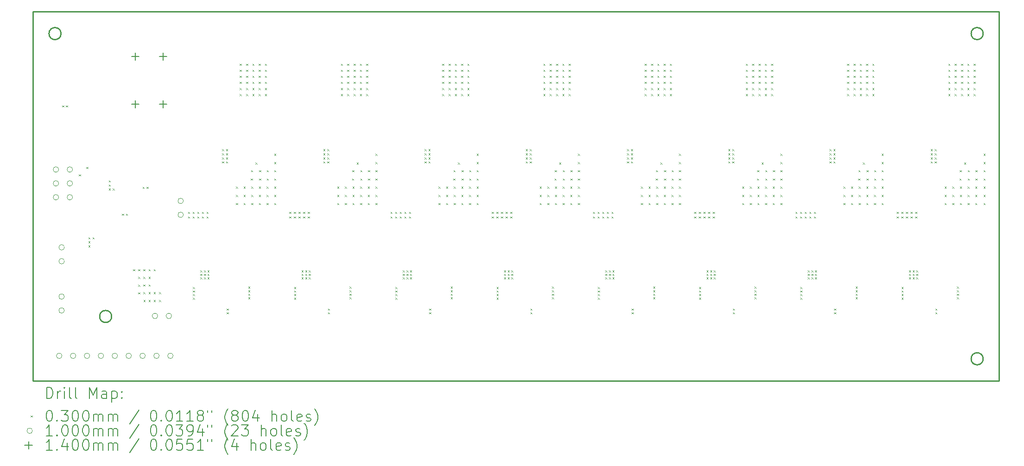
<source format=gbr>
%TF.GenerationSoftware,KiCad,Pcbnew,8.0.5*%
%TF.CreationDate,2024-10-30T13:21:34-05:00*%
%TF.ProjectId,bidirectional_load_switch,62696469-7265-4637-9469-6f6e616c5f6c,0.2.0*%
%TF.SameCoordinates,Original*%
%TF.FileFunction,Drillmap*%
%TF.FilePolarity,Positive*%
%FSLAX45Y45*%
G04 Gerber Fmt 4.5, Leading zero omitted, Abs format (unit mm)*
G04 Created by KiCad (PCBNEW 8.0.5) date 2024-10-30 13:21:34*
%MOMM*%
%LPD*%
G01*
G04 APERTURE LIST*
%ADD10C,0.254000*%
%ADD11C,0.200000*%
%ADD12C,0.100000*%
%ADD13C,0.140000*%
G04 APERTURE END LIST*
D10*
X7644606Y-11690001D02*
G75*
G02*
X7424606Y-11690001I-110000J0D01*
G01*
X7424606Y-11690001D02*
G75*
G02*
X7644606Y-11690001I110000J0D01*
G01*
X6719803Y-6515000D02*
G75*
G02*
X6499803Y-6515000I-110000J0D01*
G01*
X6499803Y-6515000D02*
G75*
G02*
X6719803Y-6515000I110000J0D01*
G01*
X6209803Y-6115000D02*
X23859803Y-6115000D01*
X23859803Y-12865000D01*
X6209803Y-12865000D01*
X6209803Y-6115000D01*
X23569803Y-6515000D02*
G75*
G02*
X23349803Y-6515000I-110000J0D01*
G01*
X23349803Y-6515000D02*
G75*
G02*
X23569803Y-6515000I110000J0D01*
G01*
X23569803Y-12465000D02*
G75*
G02*
X23349803Y-12465000I-110000J0D01*
G01*
X23349803Y-12465000D02*
G75*
G02*
X23569803Y-12465000I110000J0D01*
G01*
D11*
D12*
X6740000Y-7829580D02*
X6770000Y-7859580D01*
X6770000Y-7829580D02*
X6740000Y-7859580D01*
X6810400Y-7829580D02*
X6840400Y-7859580D01*
X6840400Y-7829580D02*
X6810400Y-7859580D01*
X7044926Y-9088394D02*
X7074926Y-9118394D01*
X7074926Y-9088394D02*
X7044926Y-9118394D01*
X7179276Y-8954044D02*
X7209276Y-8984044D01*
X7209276Y-8954044D02*
X7179276Y-8984044D01*
X7220000Y-10240000D02*
X7250000Y-10270000D01*
X7250000Y-10240000D02*
X7220000Y-10270000D01*
X7220000Y-10315000D02*
X7250000Y-10345000D01*
X7250000Y-10315000D02*
X7220000Y-10345000D01*
X7220000Y-10390000D02*
X7250000Y-10420000D01*
X7250000Y-10390000D02*
X7220000Y-10420000D01*
X7295000Y-10240000D02*
X7325000Y-10270000D01*
X7325000Y-10240000D02*
X7295000Y-10270000D01*
X7590000Y-9200000D02*
X7620000Y-9230000D01*
X7620000Y-9200000D02*
X7590000Y-9230000D01*
X7590000Y-9275000D02*
X7620000Y-9305000D01*
X7620000Y-9275000D02*
X7590000Y-9305000D01*
X7590000Y-9350000D02*
X7620000Y-9380000D01*
X7620000Y-9350000D02*
X7590000Y-9380000D01*
X7665000Y-9350000D02*
X7695000Y-9380000D01*
X7695000Y-9350000D02*
X7665000Y-9380000D01*
X7835000Y-9810000D02*
X7865000Y-9840000D01*
X7865000Y-9810000D02*
X7835000Y-9840000D01*
X7905000Y-9810000D02*
X7935000Y-9840000D01*
X7935000Y-9810000D02*
X7905000Y-9840000D01*
X8034160Y-10826660D02*
X8064160Y-10856660D01*
X8064160Y-10826660D02*
X8034160Y-10856660D01*
X8129160Y-10826660D02*
X8159160Y-10856660D01*
X8159160Y-10826660D02*
X8129160Y-10856660D01*
X8129160Y-10966660D02*
X8159160Y-10996660D01*
X8159160Y-10966660D02*
X8129160Y-10996660D01*
X8130000Y-11107500D02*
X8160000Y-11137500D01*
X8160000Y-11107500D02*
X8130000Y-11137500D01*
X8130000Y-11247500D02*
X8160000Y-11277500D01*
X8160000Y-11247500D02*
X8130000Y-11277500D01*
X8210000Y-9320000D02*
X8240000Y-9350000D01*
X8240000Y-9320000D02*
X8210000Y-9350000D01*
X8224160Y-10826660D02*
X8254160Y-10856660D01*
X8254160Y-10826660D02*
X8224160Y-10856660D01*
X8224160Y-10966660D02*
X8254160Y-10996660D01*
X8254160Y-10966660D02*
X8224160Y-10996660D01*
X8224160Y-11106660D02*
X8254160Y-11136660D01*
X8254160Y-11106660D02*
X8224160Y-11136660D01*
X8224160Y-11246660D02*
X8254160Y-11276660D01*
X8254160Y-11246660D02*
X8224160Y-11276660D01*
X8225000Y-11387500D02*
X8255000Y-11417500D01*
X8255000Y-11387500D02*
X8225000Y-11417500D01*
X8280000Y-9320000D02*
X8310000Y-9350000D01*
X8310000Y-9320000D02*
X8280000Y-9350000D01*
X8319160Y-10826660D02*
X8349160Y-10856660D01*
X8349160Y-10826660D02*
X8319160Y-10856660D01*
X8319160Y-10966660D02*
X8349160Y-10996660D01*
X8349160Y-10966660D02*
X8319160Y-10996660D01*
X8319160Y-11106660D02*
X8349160Y-11136660D01*
X8349160Y-11106660D02*
X8319160Y-11136660D01*
X8319160Y-11246660D02*
X8349160Y-11276660D01*
X8349160Y-11246660D02*
X8319160Y-11276660D01*
X8319160Y-11386660D02*
X8349160Y-11416660D01*
X8349160Y-11386660D02*
X8319160Y-11416660D01*
X8414160Y-10826660D02*
X8444160Y-10856660D01*
X8444160Y-10826660D02*
X8414160Y-10856660D01*
X8414160Y-11246660D02*
X8444160Y-11276660D01*
X8444160Y-11246660D02*
X8414160Y-11276660D01*
X8414160Y-11386660D02*
X8444160Y-11416660D01*
X8444160Y-11386660D02*
X8414160Y-11416660D01*
X8509160Y-11246660D02*
X8539160Y-11276660D01*
X8539160Y-11246660D02*
X8509160Y-11276660D01*
X8509160Y-11386660D02*
X8539160Y-11416660D01*
X8539160Y-11386660D02*
X8509160Y-11416660D01*
X9040000Y-9775000D02*
X9070000Y-9805000D01*
X9070000Y-9775000D02*
X9040000Y-9805000D01*
X9040000Y-9860000D02*
X9070000Y-9890000D01*
X9070000Y-9860000D02*
X9040000Y-9890000D01*
X9125000Y-9775000D02*
X9155000Y-9805000D01*
X9155000Y-9775000D02*
X9125000Y-9805000D01*
X9125000Y-9860000D02*
X9155000Y-9890000D01*
X9155000Y-9860000D02*
X9125000Y-9890000D01*
X9130000Y-11150000D02*
X9160000Y-11180000D01*
X9160000Y-11150000D02*
X9130000Y-11180000D01*
X9130000Y-11215000D02*
X9160000Y-11245000D01*
X9160000Y-11215000D02*
X9130000Y-11245000D01*
X9130000Y-11280000D02*
X9160000Y-11310000D01*
X9160000Y-11280000D02*
X9130000Y-11310000D01*
X9130000Y-11345000D02*
X9160000Y-11375000D01*
X9160000Y-11345000D02*
X9130000Y-11375000D01*
X9210000Y-9775000D02*
X9240000Y-9805000D01*
X9240000Y-9775000D02*
X9210000Y-9805000D01*
X9210000Y-9860000D02*
X9240000Y-9890000D01*
X9240000Y-9860000D02*
X9210000Y-9890000D01*
X9265000Y-10845000D02*
X9295000Y-10875000D01*
X9295000Y-10845000D02*
X9265000Y-10875000D01*
X9265000Y-10910000D02*
X9295000Y-10940000D01*
X9295000Y-10910000D02*
X9265000Y-10940000D01*
X9265000Y-10975000D02*
X9295000Y-11005000D01*
X9295000Y-10975000D02*
X9265000Y-11005000D01*
X9295000Y-9775000D02*
X9325000Y-9805000D01*
X9325000Y-9775000D02*
X9295000Y-9805000D01*
X9295000Y-9860000D02*
X9325000Y-9890000D01*
X9325000Y-9860000D02*
X9295000Y-9890000D01*
X9330000Y-10845000D02*
X9360000Y-10875000D01*
X9360000Y-10845000D02*
X9330000Y-10875000D01*
X9330000Y-10910000D02*
X9360000Y-10940000D01*
X9360000Y-10910000D02*
X9330000Y-10940000D01*
X9330000Y-10975000D02*
X9360000Y-11005000D01*
X9360000Y-10975000D02*
X9330000Y-11005000D01*
X9380000Y-9775000D02*
X9410000Y-9805000D01*
X9410000Y-9775000D02*
X9380000Y-9805000D01*
X9380000Y-9860000D02*
X9410000Y-9890000D01*
X9410000Y-9860000D02*
X9380000Y-9890000D01*
X9395000Y-10845000D02*
X9425000Y-10875000D01*
X9425000Y-10845000D02*
X9395000Y-10875000D01*
X9395000Y-10910000D02*
X9425000Y-10940000D01*
X9425000Y-10910000D02*
X9395000Y-10940000D01*
X9395000Y-10975000D02*
X9425000Y-11005000D01*
X9425000Y-10975000D02*
X9395000Y-11005000D01*
X9660000Y-8630000D02*
X9690000Y-8660000D01*
X9690000Y-8630000D02*
X9660000Y-8660000D01*
X9660000Y-8705000D02*
X9690000Y-8735000D01*
X9690000Y-8705000D02*
X9660000Y-8735000D01*
X9660000Y-8780000D02*
X9690000Y-8810000D01*
X9690000Y-8780000D02*
X9660000Y-8810000D01*
X9660000Y-8855000D02*
X9690000Y-8885000D01*
X9690000Y-8855000D02*
X9660000Y-8885000D01*
X9735000Y-8630000D02*
X9765000Y-8660000D01*
X9765000Y-8630000D02*
X9735000Y-8660000D01*
X9735000Y-8705000D02*
X9765000Y-8735000D01*
X9765000Y-8705000D02*
X9735000Y-8735000D01*
X9735000Y-8780000D02*
X9765000Y-8810000D01*
X9765000Y-8780000D02*
X9735000Y-8810000D01*
X9735000Y-8855000D02*
X9765000Y-8885000D01*
X9765000Y-8855000D02*
X9735000Y-8885000D01*
X9745000Y-11545000D02*
X9775000Y-11575000D01*
X9775000Y-11545000D02*
X9745000Y-11575000D01*
X9745000Y-11615000D02*
X9775000Y-11645000D01*
X9775000Y-11615000D02*
X9745000Y-11645000D01*
X9915000Y-9315000D02*
X9945000Y-9345000D01*
X9945000Y-9315000D02*
X9915000Y-9345000D01*
X9915000Y-9465000D02*
X9945000Y-9495000D01*
X9945000Y-9465000D02*
X9915000Y-9495000D01*
X9915000Y-9615000D02*
X9945000Y-9645000D01*
X9945000Y-9615000D02*
X9915000Y-9645000D01*
X9985000Y-7065000D02*
X10015000Y-7095000D01*
X10015000Y-7065000D02*
X9985000Y-7095000D01*
X9985000Y-7175000D02*
X10015000Y-7205000D01*
X10015000Y-7175000D02*
X9985000Y-7205000D01*
X9985000Y-7285000D02*
X10015000Y-7315000D01*
X10015000Y-7285000D02*
X9985000Y-7315000D01*
X9985000Y-7395000D02*
X10015000Y-7425000D01*
X10015000Y-7395000D02*
X9985000Y-7425000D01*
X9985000Y-7510000D02*
X10015000Y-7540000D01*
X10015000Y-7510000D02*
X9985000Y-7540000D01*
X9985000Y-7620000D02*
X10015000Y-7650000D01*
X10015000Y-7620000D02*
X9985000Y-7650000D01*
X10055000Y-9315000D02*
X10085000Y-9345000D01*
X10085000Y-9315000D02*
X10055000Y-9345000D01*
X10055000Y-9465000D02*
X10085000Y-9495000D01*
X10085000Y-9465000D02*
X10055000Y-9495000D01*
X10055000Y-9615000D02*
X10085000Y-9645000D01*
X10085000Y-9615000D02*
X10055000Y-9645000D01*
X10100000Y-7065000D02*
X10130000Y-7095000D01*
X10130000Y-7065000D02*
X10100000Y-7095000D01*
X10100000Y-7175000D02*
X10130000Y-7205000D01*
X10130000Y-7175000D02*
X10100000Y-7205000D01*
X10100000Y-7285000D02*
X10130000Y-7315000D01*
X10130000Y-7285000D02*
X10100000Y-7315000D01*
X10100000Y-7395000D02*
X10130000Y-7425000D01*
X10130000Y-7395000D02*
X10100000Y-7425000D01*
X10100000Y-7510000D02*
X10130000Y-7540000D01*
X10130000Y-7510000D02*
X10100000Y-7540000D01*
X10100000Y-7620000D02*
X10130000Y-7650000D01*
X10130000Y-7620000D02*
X10100000Y-7650000D01*
X10140000Y-11145000D02*
X10170000Y-11175000D01*
X10170000Y-11145000D02*
X10140000Y-11175000D01*
X10140000Y-11210000D02*
X10170000Y-11240000D01*
X10170000Y-11210000D02*
X10140000Y-11240000D01*
X10140000Y-11275000D02*
X10170000Y-11305000D01*
X10170000Y-11275000D02*
X10140000Y-11305000D01*
X10140000Y-11340000D02*
X10170000Y-11370000D01*
X10170000Y-11340000D02*
X10140000Y-11370000D01*
X10185000Y-9165000D02*
X10215000Y-9195000D01*
X10215000Y-9165000D02*
X10185000Y-9195000D01*
X10190000Y-9015000D02*
X10220000Y-9045000D01*
X10220000Y-9015000D02*
X10190000Y-9045000D01*
X10195000Y-9315000D02*
X10225000Y-9345000D01*
X10225000Y-9315000D02*
X10195000Y-9345000D01*
X10195000Y-9465000D02*
X10225000Y-9495000D01*
X10225000Y-9465000D02*
X10195000Y-9495000D01*
X10195000Y-9615000D02*
X10225000Y-9645000D01*
X10225000Y-9615000D02*
X10195000Y-9645000D01*
X10215000Y-7065000D02*
X10245000Y-7095000D01*
X10245000Y-7065000D02*
X10215000Y-7095000D01*
X10215000Y-7175000D02*
X10245000Y-7205000D01*
X10245000Y-7175000D02*
X10215000Y-7205000D01*
X10215000Y-7285000D02*
X10245000Y-7315000D01*
X10245000Y-7285000D02*
X10215000Y-7315000D01*
X10215000Y-7395000D02*
X10245000Y-7425000D01*
X10245000Y-7395000D02*
X10215000Y-7425000D01*
X10215000Y-7510000D02*
X10245000Y-7540000D01*
X10245000Y-7510000D02*
X10215000Y-7540000D01*
X10215000Y-7620000D02*
X10245000Y-7650000D01*
X10245000Y-7620000D02*
X10215000Y-7650000D01*
X10270000Y-8875000D02*
X10300000Y-8905000D01*
X10300000Y-8875000D02*
X10270000Y-8905000D01*
X10330000Y-7065000D02*
X10360000Y-7095000D01*
X10360000Y-7065000D02*
X10330000Y-7095000D01*
X10330000Y-7175000D02*
X10360000Y-7205000D01*
X10360000Y-7175000D02*
X10330000Y-7205000D01*
X10330000Y-7285000D02*
X10360000Y-7315000D01*
X10360000Y-7285000D02*
X10330000Y-7315000D01*
X10330000Y-7395000D02*
X10360000Y-7425000D01*
X10360000Y-7395000D02*
X10330000Y-7425000D01*
X10330000Y-7510000D02*
X10360000Y-7540000D01*
X10360000Y-7510000D02*
X10330000Y-7540000D01*
X10330000Y-7620000D02*
X10360000Y-7650000D01*
X10360000Y-7620000D02*
X10330000Y-7650000D01*
X10335000Y-9315000D02*
X10365000Y-9345000D01*
X10365000Y-9315000D02*
X10335000Y-9345000D01*
X10335000Y-9465000D02*
X10365000Y-9495000D01*
X10365000Y-9465000D02*
X10335000Y-9495000D01*
X10335000Y-9615000D02*
X10365000Y-9645000D01*
X10365000Y-9615000D02*
X10335000Y-9645000D01*
X10340000Y-9015000D02*
X10370000Y-9045000D01*
X10370000Y-9015000D02*
X10340000Y-9045000D01*
X10340000Y-9165000D02*
X10370000Y-9195000D01*
X10370000Y-9165000D02*
X10340000Y-9195000D01*
X10445000Y-7065000D02*
X10475000Y-7095000D01*
X10475000Y-7065000D02*
X10445000Y-7095000D01*
X10445000Y-7175000D02*
X10475000Y-7205000D01*
X10475000Y-7175000D02*
X10445000Y-7205000D01*
X10445000Y-7285000D02*
X10475000Y-7315000D01*
X10475000Y-7285000D02*
X10445000Y-7315000D01*
X10445000Y-7395000D02*
X10475000Y-7425000D01*
X10475000Y-7395000D02*
X10445000Y-7425000D01*
X10445000Y-7510000D02*
X10475000Y-7540000D01*
X10475000Y-7510000D02*
X10445000Y-7540000D01*
X10445000Y-7620000D02*
X10475000Y-7650000D01*
X10475000Y-7620000D02*
X10445000Y-7650000D01*
X10475000Y-9315000D02*
X10505000Y-9345000D01*
X10505000Y-9315000D02*
X10475000Y-9345000D01*
X10475000Y-9465000D02*
X10505000Y-9495000D01*
X10505000Y-9465000D02*
X10475000Y-9495000D01*
X10475000Y-9615000D02*
X10505000Y-9645000D01*
X10505000Y-9615000D02*
X10475000Y-9645000D01*
X10480000Y-9015000D02*
X10510000Y-9045000D01*
X10510000Y-9015000D02*
X10480000Y-9045000D01*
X10480000Y-9165000D02*
X10510000Y-9195000D01*
X10510000Y-9165000D02*
X10480000Y-9195000D01*
X10615000Y-8715000D02*
X10645000Y-8745000D01*
X10645000Y-8715000D02*
X10615000Y-8745000D01*
X10615000Y-8865000D02*
X10645000Y-8895000D01*
X10645000Y-8865000D02*
X10615000Y-8895000D01*
X10615000Y-9015000D02*
X10645000Y-9045000D01*
X10645000Y-9015000D02*
X10615000Y-9045000D01*
X10615000Y-9165000D02*
X10645000Y-9195000D01*
X10645000Y-9165000D02*
X10615000Y-9195000D01*
X10615000Y-9315000D02*
X10645000Y-9345000D01*
X10645000Y-9315000D02*
X10615000Y-9345000D01*
X10615000Y-9465000D02*
X10645000Y-9495000D01*
X10645000Y-9465000D02*
X10615000Y-9495000D01*
X10615000Y-9615000D02*
X10645000Y-9645000D01*
X10645000Y-9615000D02*
X10615000Y-9645000D01*
X10890000Y-9775000D02*
X10920000Y-9805000D01*
X10920000Y-9775000D02*
X10890000Y-9805000D01*
X10890000Y-9860000D02*
X10920000Y-9890000D01*
X10920000Y-9860000D02*
X10890000Y-9890000D01*
X10975000Y-9775000D02*
X11005000Y-9805000D01*
X11005000Y-9775000D02*
X10975000Y-9805000D01*
X10975000Y-9860000D02*
X11005000Y-9890000D01*
X11005000Y-9860000D02*
X10975000Y-9890000D01*
X10980000Y-11150000D02*
X11010000Y-11180000D01*
X11010000Y-11150000D02*
X10980000Y-11180000D01*
X10980000Y-11215000D02*
X11010000Y-11245000D01*
X11010000Y-11215000D02*
X10980000Y-11245000D01*
X10980000Y-11280000D02*
X11010000Y-11310000D01*
X11010000Y-11280000D02*
X10980000Y-11310000D01*
X10980000Y-11345000D02*
X11010000Y-11375000D01*
X11010000Y-11345000D02*
X10980000Y-11375000D01*
X11060000Y-9775000D02*
X11090000Y-9805000D01*
X11090000Y-9775000D02*
X11060000Y-9805000D01*
X11060000Y-9860000D02*
X11090000Y-9890000D01*
X11090000Y-9860000D02*
X11060000Y-9890000D01*
X11115000Y-10845000D02*
X11145000Y-10875000D01*
X11145000Y-10845000D02*
X11115000Y-10875000D01*
X11115000Y-10910000D02*
X11145000Y-10940000D01*
X11145000Y-10910000D02*
X11115000Y-10940000D01*
X11115000Y-10975000D02*
X11145000Y-11005000D01*
X11145000Y-10975000D02*
X11115000Y-11005000D01*
X11145000Y-9775000D02*
X11175000Y-9805000D01*
X11175000Y-9775000D02*
X11145000Y-9805000D01*
X11145000Y-9860000D02*
X11175000Y-9890000D01*
X11175000Y-9860000D02*
X11145000Y-9890000D01*
X11180000Y-10845000D02*
X11210000Y-10875000D01*
X11210000Y-10845000D02*
X11180000Y-10875000D01*
X11180000Y-10910000D02*
X11210000Y-10940000D01*
X11210000Y-10910000D02*
X11180000Y-10940000D01*
X11180000Y-10975000D02*
X11210000Y-11005000D01*
X11210000Y-10975000D02*
X11180000Y-11005000D01*
X11230000Y-9775000D02*
X11260000Y-9805000D01*
X11260000Y-9775000D02*
X11230000Y-9805000D01*
X11230000Y-9860000D02*
X11260000Y-9890000D01*
X11260000Y-9860000D02*
X11230000Y-9890000D01*
X11245000Y-10845000D02*
X11275000Y-10875000D01*
X11275000Y-10845000D02*
X11245000Y-10875000D01*
X11245000Y-10910000D02*
X11275000Y-10940000D01*
X11275000Y-10910000D02*
X11245000Y-10940000D01*
X11245000Y-10975000D02*
X11275000Y-11005000D01*
X11275000Y-10975000D02*
X11245000Y-11005000D01*
X11510000Y-8630000D02*
X11540000Y-8660000D01*
X11540000Y-8630000D02*
X11510000Y-8660000D01*
X11510000Y-8705000D02*
X11540000Y-8735000D01*
X11540000Y-8705000D02*
X11510000Y-8735000D01*
X11510000Y-8780000D02*
X11540000Y-8810000D01*
X11540000Y-8780000D02*
X11510000Y-8810000D01*
X11510000Y-8855000D02*
X11540000Y-8885000D01*
X11540000Y-8855000D02*
X11510000Y-8885000D01*
X11585000Y-8630000D02*
X11615000Y-8660000D01*
X11615000Y-8630000D02*
X11585000Y-8660000D01*
X11585000Y-8705000D02*
X11615000Y-8735000D01*
X11615000Y-8705000D02*
X11585000Y-8735000D01*
X11585000Y-8780000D02*
X11615000Y-8810000D01*
X11615000Y-8780000D02*
X11585000Y-8810000D01*
X11585000Y-8855000D02*
X11615000Y-8885000D01*
X11615000Y-8855000D02*
X11585000Y-8885000D01*
X11595000Y-11545000D02*
X11625000Y-11575000D01*
X11625000Y-11545000D02*
X11595000Y-11575000D01*
X11595000Y-11615000D02*
X11625000Y-11645000D01*
X11625000Y-11615000D02*
X11595000Y-11645000D01*
X11765000Y-9315000D02*
X11795000Y-9345000D01*
X11795000Y-9315000D02*
X11765000Y-9345000D01*
X11765000Y-9465000D02*
X11795000Y-9495000D01*
X11795000Y-9465000D02*
X11765000Y-9495000D01*
X11765000Y-9615000D02*
X11795000Y-9645000D01*
X11795000Y-9615000D02*
X11765000Y-9645000D01*
X11835000Y-7065000D02*
X11865000Y-7095000D01*
X11865000Y-7065000D02*
X11835000Y-7095000D01*
X11835000Y-7175000D02*
X11865000Y-7205000D01*
X11865000Y-7175000D02*
X11835000Y-7205000D01*
X11835000Y-7285000D02*
X11865000Y-7315000D01*
X11865000Y-7285000D02*
X11835000Y-7315000D01*
X11835000Y-7395000D02*
X11865000Y-7425000D01*
X11865000Y-7395000D02*
X11835000Y-7425000D01*
X11835000Y-7510000D02*
X11865000Y-7540000D01*
X11865000Y-7510000D02*
X11835000Y-7540000D01*
X11835000Y-7620000D02*
X11865000Y-7650000D01*
X11865000Y-7620000D02*
X11835000Y-7650000D01*
X11905000Y-9315000D02*
X11935000Y-9345000D01*
X11935000Y-9315000D02*
X11905000Y-9345000D01*
X11905000Y-9465000D02*
X11935000Y-9495000D01*
X11935000Y-9465000D02*
X11905000Y-9495000D01*
X11905000Y-9615000D02*
X11935000Y-9645000D01*
X11935000Y-9615000D02*
X11905000Y-9645000D01*
X11950000Y-7065000D02*
X11980000Y-7095000D01*
X11980000Y-7065000D02*
X11950000Y-7095000D01*
X11950000Y-7175000D02*
X11980000Y-7205000D01*
X11980000Y-7175000D02*
X11950000Y-7205000D01*
X11950000Y-7285000D02*
X11980000Y-7315000D01*
X11980000Y-7285000D02*
X11950000Y-7315000D01*
X11950000Y-7395000D02*
X11980000Y-7425000D01*
X11980000Y-7395000D02*
X11950000Y-7425000D01*
X11950000Y-7510000D02*
X11980000Y-7540000D01*
X11980000Y-7510000D02*
X11950000Y-7540000D01*
X11950000Y-7620000D02*
X11980000Y-7650000D01*
X11980000Y-7620000D02*
X11950000Y-7650000D01*
X11990000Y-11145000D02*
X12020000Y-11175000D01*
X12020000Y-11145000D02*
X11990000Y-11175000D01*
X11990000Y-11210000D02*
X12020000Y-11240000D01*
X12020000Y-11210000D02*
X11990000Y-11240000D01*
X11990000Y-11275000D02*
X12020000Y-11305000D01*
X12020000Y-11275000D02*
X11990000Y-11305000D01*
X11990000Y-11340000D02*
X12020000Y-11370000D01*
X12020000Y-11340000D02*
X11990000Y-11370000D01*
X12035000Y-9165000D02*
X12065000Y-9195000D01*
X12065000Y-9165000D02*
X12035000Y-9195000D01*
X12040000Y-9015000D02*
X12070000Y-9045000D01*
X12070000Y-9015000D02*
X12040000Y-9045000D01*
X12045000Y-9315000D02*
X12075000Y-9345000D01*
X12075000Y-9315000D02*
X12045000Y-9345000D01*
X12045000Y-9465000D02*
X12075000Y-9495000D01*
X12075000Y-9465000D02*
X12045000Y-9495000D01*
X12045000Y-9615000D02*
X12075000Y-9645000D01*
X12075000Y-9615000D02*
X12045000Y-9645000D01*
X12065000Y-7065000D02*
X12095000Y-7095000D01*
X12095000Y-7065000D02*
X12065000Y-7095000D01*
X12065000Y-7175000D02*
X12095000Y-7205000D01*
X12095000Y-7175000D02*
X12065000Y-7205000D01*
X12065000Y-7285000D02*
X12095000Y-7315000D01*
X12095000Y-7285000D02*
X12065000Y-7315000D01*
X12065000Y-7395000D02*
X12095000Y-7425000D01*
X12095000Y-7395000D02*
X12065000Y-7425000D01*
X12065000Y-7510000D02*
X12095000Y-7540000D01*
X12095000Y-7510000D02*
X12065000Y-7540000D01*
X12065000Y-7620000D02*
X12095000Y-7650000D01*
X12095000Y-7620000D02*
X12065000Y-7650000D01*
X12120000Y-8875000D02*
X12150000Y-8905000D01*
X12150000Y-8875000D02*
X12120000Y-8905000D01*
X12180000Y-7065000D02*
X12210000Y-7095000D01*
X12210000Y-7065000D02*
X12180000Y-7095000D01*
X12180000Y-7175000D02*
X12210000Y-7205000D01*
X12210000Y-7175000D02*
X12180000Y-7205000D01*
X12180000Y-7285000D02*
X12210000Y-7315000D01*
X12210000Y-7285000D02*
X12180000Y-7315000D01*
X12180000Y-7395000D02*
X12210000Y-7425000D01*
X12210000Y-7395000D02*
X12180000Y-7425000D01*
X12180000Y-7510000D02*
X12210000Y-7540000D01*
X12210000Y-7510000D02*
X12180000Y-7540000D01*
X12180000Y-7620000D02*
X12210000Y-7650000D01*
X12210000Y-7620000D02*
X12180000Y-7650000D01*
X12185000Y-9315000D02*
X12215000Y-9345000D01*
X12215000Y-9315000D02*
X12185000Y-9345000D01*
X12185000Y-9465000D02*
X12215000Y-9495000D01*
X12215000Y-9465000D02*
X12185000Y-9495000D01*
X12185000Y-9615000D02*
X12215000Y-9645000D01*
X12215000Y-9615000D02*
X12185000Y-9645000D01*
X12190000Y-9015000D02*
X12220000Y-9045000D01*
X12220000Y-9015000D02*
X12190000Y-9045000D01*
X12190000Y-9165000D02*
X12220000Y-9195000D01*
X12220000Y-9165000D02*
X12190000Y-9195000D01*
X12295000Y-7065000D02*
X12325000Y-7095000D01*
X12325000Y-7065000D02*
X12295000Y-7095000D01*
X12295000Y-7175000D02*
X12325000Y-7205000D01*
X12325000Y-7175000D02*
X12295000Y-7205000D01*
X12295000Y-7285000D02*
X12325000Y-7315000D01*
X12325000Y-7285000D02*
X12295000Y-7315000D01*
X12295000Y-7395000D02*
X12325000Y-7425000D01*
X12325000Y-7395000D02*
X12295000Y-7425000D01*
X12295000Y-7510000D02*
X12325000Y-7540000D01*
X12325000Y-7510000D02*
X12295000Y-7540000D01*
X12295000Y-7620000D02*
X12325000Y-7650000D01*
X12325000Y-7620000D02*
X12295000Y-7650000D01*
X12325000Y-9315000D02*
X12355000Y-9345000D01*
X12355000Y-9315000D02*
X12325000Y-9345000D01*
X12325000Y-9465000D02*
X12355000Y-9495000D01*
X12355000Y-9465000D02*
X12325000Y-9495000D01*
X12325000Y-9615000D02*
X12355000Y-9645000D01*
X12355000Y-9615000D02*
X12325000Y-9645000D01*
X12330000Y-9015000D02*
X12360000Y-9045000D01*
X12360000Y-9015000D02*
X12330000Y-9045000D01*
X12330000Y-9165000D02*
X12360000Y-9195000D01*
X12360000Y-9165000D02*
X12330000Y-9195000D01*
X12465000Y-8715000D02*
X12495000Y-8745000D01*
X12495000Y-8715000D02*
X12465000Y-8745000D01*
X12465000Y-8865000D02*
X12495000Y-8895000D01*
X12495000Y-8865000D02*
X12465000Y-8895000D01*
X12465000Y-9015000D02*
X12495000Y-9045000D01*
X12495000Y-9015000D02*
X12465000Y-9045000D01*
X12465000Y-9165000D02*
X12495000Y-9195000D01*
X12495000Y-9165000D02*
X12465000Y-9195000D01*
X12465000Y-9315000D02*
X12495000Y-9345000D01*
X12495000Y-9315000D02*
X12465000Y-9345000D01*
X12465000Y-9465000D02*
X12495000Y-9495000D01*
X12495000Y-9465000D02*
X12465000Y-9495000D01*
X12465000Y-9615000D02*
X12495000Y-9645000D01*
X12495000Y-9615000D02*
X12465000Y-9645000D01*
X12740000Y-9775000D02*
X12770000Y-9805000D01*
X12770000Y-9775000D02*
X12740000Y-9805000D01*
X12740000Y-9860000D02*
X12770000Y-9890000D01*
X12770000Y-9860000D02*
X12740000Y-9890000D01*
X12825000Y-9775000D02*
X12855000Y-9805000D01*
X12855000Y-9775000D02*
X12825000Y-9805000D01*
X12825000Y-9860000D02*
X12855000Y-9890000D01*
X12855000Y-9860000D02*
X12825000Y-9890000D01*
X12830000Y-11150000D02*
X12860000Y-11180000D01*
X12860000Y-11150000D02*
X12830000Y-11180000D01*
X12830000Y-11215000D02*
X12860000Y-11245000D01*
X12860000Y-11215000D02*
X12830000Y-11245000D01*
X12830000Y-11280000D02*
X12860000Y-11310000D01*
X12860000Y-11280000D02*
X12830000Y-11310000D01*
X12830000Y-11345000D02*
X12860000Y-11375000D01*
X12860000Y-11345000D02*
X12830000Y-11375000D01*
X12910000Y-9775000D02*
X12940000Y-9805000D01*
X12940000Y-9775000D02*
X12910000Y-9805000D01*
X12910000Y-9860000D02*
X12940000Y-9890000D01*
X12940000Y-9860000D02*
X12910000Y-9890000D01*
X12965000Y-10845000D02*
X12995000Y-10875000D01*
X12995000Y-10845000D02*
X12965000Y-10875000D01*
X12965000Y-10910000D02*
X12995000Y-10940000D01*
X12995000Y-10910000D02*
X12965000Y-10940000D01*
X12965000Y-10975000D02*
X12995000Y-11005000D01*
X12995000Y-10975000D02*
X12965000Y-11005000D01*
X12995000Y-9775000D02*
X13025000Y-9805000D01*
X13025000Y-9775000D02*
X12995000Y-9805000D01*
X12995000Y-9860000D02*
X13025000Y-9890000D01*
X13025000Y-9860000D02*
X12995000Y-9890000D01*
X13030000Y-10845000D02*
X13060000Y-10875000D01*
X13060000Y-10845000D02*
X13030000Y-10875000D01*
X13030000Y-10910000D02*
X13060000Y-10940000D01*
X13060000Y-10910000D02*
X13030000Y-10940000D01*
X13030000Y-10975000D02*
X13060000Y-11005000D01*
X13060000Y-10975000D02*
X13030000Y-11005000D01*
X13080000Y-9775000D02*
X13110000Y-9805000D01*
X13110000Y-9775000D02*
X13080000Y-9805000D01*
X13080000Y-9860000D02*
X13110000Y-9890000D01*
X13110000Y-9860000D02*
X13080000Y-9890000D01*
X13095000Y-10845000D02*
X13125000Y-10875000D01*
X13125000Y-10845000D02*
X13095000Y-10875000D01*
X13095000Y-10910000D02*
X13125000Y-10940000D01*
X13125000Y-10910000D02*
X13095000Y-10940000D01*
X13095000Y-10975000D02*
X13125000Y-11005000D01*
X13125000Y-10975000D02*
X13095000Y-11005000D01*
X13360000Y-8630000D02*
X13390000Y-8660000D01*
X13390000Y-8630000D02*
X13360000Y-8660000D01*
X13360000Y-8705000D02*
X13390000Y-8735000D01*
X13390000Y-8705000D02*
X13360000Y-8735000D01*
X13360000Y-8780000D02*
X13390000Y-8810000D01*
X13390000Y-8780000D02*
X13360000Y-8810000D01*
X13360000Y-8855000D02*
X13390000Y-8885000D01*
X13390000Y-8855000D02*
X13360000Y-8885000D01*
X13435000Y-8630000D02*
X13465000Y-8660000D01*
X13465000Y-8630000D02*
X13435000Y-8660000D01*
X13435000Y-8705000D02*
X13465000Y-8735000D01*
X13465000Y-8705000D02*
X13435000Y-8735000D01*
X13435000Y-8780000D02*
X13465000Y-8810000D01*
X13465000Y-8780000D02*
X13435000Y-8810000D01*
X13435000Y-8855000D02*
X13465000Y-8885000D01*
X13465000Y-8855000D02*
X13435000Y-8885000D01*
X13445000Y-11545000D02*
X13475000Y-11575000D01*
X13475000Y-11545000D02*
X13445000Y-11575000D01*
X13445000Y-11615000D02*
X13475000Y-11645000D01*
X13475000Y-11615000D02*
X13445000Y-11645000D01*
X13615000Y-9315000D02*
X13645000Y-9345000D01*
X13645000Y-9315000D02*
X13615000Y-9345000D01*
X13615000Y-9465000D02*
X13645000Y-9495000D01*
X13645000Y-9465000D02*
X13615000Y-9495000D01*
X13615000Y-9615000D02*
X13645000Y-9645000D01*
X13645000Y-9615000D02*
X13615000Y-9645000D01*
X13685000Y-7065000D02*
X13715000Y-7095000D01*
X13715000Y-7065000D02*
X13685000Y-7095000D01*
X13685000Y-7175000D02*
X13715000Y-7205000D01*
X13715000Y-7175000D02*
X13685000Y-7205000D01*
X13685000Y-7285000D02*
X13715000Y-7315000D01*
X13715000Y-7285000D02*
X13685000Y-7315000D01*
X13685000Y-7395000D02*
X13715000Y-7425000D01*
X13715000Y-7395000D02*
X13685000Y-7425000D01*
X13685000Y-7510000D02*
X13715000Y-7540000D01*
X13715000Y-7510000D02*
X13685000Y-7540000D01*
X13685000Y-7620000D02*
X13715000Y-7650000D01*
X13715000Y-7620000D02*
X13685000Y-7650000D01*
X13755000Y-9315000D02*
X13785000Y-9345000D01*
X13785000Y-9315000D02*
X13755000Y-9345000D01*
X13755000Y-9465000D02*
X13785000Y-9495000D01*
X13785000Y-9465000D02*
X13755000Y-9495000D01*
X13755000Y-9615000D02*
X13785000Y-9645000D01*
X13785000Y-9615000D02*
X13755000Y-9645000D01*
X13800000Y-7065000D02*
X13830000Y-7095000D01*
X13830000Y-7065000D02*
X13800000Y-7095000D01*
X13800000Y-7175000D02*
X13830000Y-7205000D01*
X13830000Y-7175000D02*
X13800000Y-7205000D01*
X13800000Y-7285000D02*
X13830000Y-7315000D01*
X13830000Y-7285000D02*
X13800000Y-7315000D01*
X13800000Y-7395000D02*
X13830000Y-7425000D01*
X13830000Y-7395000D02*
X13800000Y-7425000D01*
X13800000Y-7510000D02*
X13830000Y-7540000D01*
X13830000Y-7510000D02*
X13800000Y-7540000D01*
X13800000Y-7620000D02*
X13830000Y-7650000D01*
X13830000Y-7620000D02*
X13800000Y-7650000D01*
X13840000Y-11145000D02*
X13870000Y-11175000D01*
X13870000Y-11145000D02*
X13840000Y-11175000D01*
X13840000Y-11210000D02*
X13870000Y-11240000D01*
X13870000Y-11210000D02*
X13840000Y-11240000D01*
X13840000Y-11275000D02*
X13870000Y-11305000D01*
X13870000Y-11275000D02*
X13840000Y-11305000D01*
X13840000Y-11340000D02*
X13870000Y-11370000D01*
X13870000Y-11340000D02*
X13840000Y-11370000D01*
X13885000Y-9165000D02*
X13915000Y-9195000D01*
X13915000Y-9165000D02*
X13885000Y-9195000D01*
X13890000Y-9015000D02*
X13920000Y-9045000D01*
X13920000Y-9015000D02*
X13890000Y-9045000D01*
X13895000Y-9315000D02*
X13925000Y-9345000D01*
X13925000Y-9315000D02*
X13895000Y-9345000D01*
X13895000Y-9465000D02*
X13925000Y-9495000D01*
X13925000Y-9465000D02*
X13895000Y-9495000D01*
X13895000Y-9615000D02*
X13925000Y-9645000D01*
X13925000Y-9615000D02*
X13895000Y-9645000D01*
X13915000Y-7065000D02*
X13945000Y-7095000D01*
X13945000Y-7065000D02*
X13915000Y-7095000D01*
X13915000Y-7175000D02*
X13945000Y-7205000D01*
X13945000Y-7175000D02*
X13915000Y-7205000D01*
X13915000Y-7285000D02*
X13945000Y-7315000D01*
X13945000Y-7285000D02*
X13915000Y-7315000D01*
X13915000Y-7395000D02*
X13945000Y-7425000D01*
X13945000Y-7395000D02*
X13915000Y-7425000D01*
X13915000Y-7510000D02*
X13945000Y-7540000D01*
X13945000Y-7510000D02*
X13915000Y-7540000D01*
X13915000Y-7620000D02*
X13945000Y-7650000D01*
X13945000Y-7620000D02*
X13915000Y-7650000D01*
X13970000Y-8875000D02*
X14000000Y-8905000D01*
X14000000Y-8875000D02*
X13970000Y-8905000D01*
X14030000Y-7065000D02*
X14060000Y-7095000D01*
X14060000Y-7065000D02*
X14030000Y-7095000D01*
X14030000Y-7175000D02*
X14060000Y-7205000D01*
X14060000Y-7175000D02*
X14030000Y-7205000D01*
X14030000Y-7285000D02*
X14060000Y-7315000D01*
X14060000Y-7285000D02*
X14030000Y-7315000D01*
X14030000Y-7395000D02*
X14060000Y-7425000D01*
X14060000Y-7395000D02*
X14030000Y-7425000D01*
X14030000Y-7510000D02*
X14060000Y-7540000D01*
X14060000Y-7510000D02*
X14030000Y-7540000D01*
X14030000Y-7620000D02*
X14060000Y-7650000D01*
X14060000Y-7620000D02*
X14030000Y-7650000D01*
X14035000Y-9315000D02*
X14065000Y-9345000D01*
X14065000Y-9315000D02*
X14035000Y-9345000D01*
X14035000Y-9465000D02*
X14065000Y-9495000D01*
X14065000Y-9465000D02*
X14035000Y-9495000D01*
X14035000Y-9615000D02*
X14065000Y-9645000D01*
X14065000Y-9615000D02*
X14035000Y-9645000D01*
X14040000Y-9015000D02*
X14070000Y-9045000D01*
X14070000Y-9015000D02*
X14040000Y-9045000D01*
X14040000Y-9165000D02*
X14070000Y-9195000D01*
X14070000Y-9165000D02*
X14040000Y-9195000D01*
X14145000Y-7065000D02*
X14175000Y-7095000D01*
X14175000Y-7065000D02*
X14145000Y-7095000D01*
X14145000Y-7175000D02*
X14175000Y-7205000D01*
X14175000Y-7175000D02*
X14145000Y-7205000D01*
X14145000Y-7285000D02*
X14175000Y-7315000D01*
X14175000Y-7285000D02*
X14145000Y-7315000D01*
X14145000Y-7395000D02*
X14175000Y-7425000D01*
X14175000Y-7395000D02*
X14145000Y-7425000D01*
X14145000Y-7510000D02*
X14175000Y-7540000D01*
X14175000Y-7510000D02*
X14145000Y-7540000D01*
X14145000Y-7620000D02*
X14175000Y-7650000D01*
X14175000Y-7620000D02*
X14145000Y-7650000D01*
X14175000Y-9315000D02*
X14205000Y-9345000D01*
X14205000Y-9315000D02*
X14175000Y-9345000D01*
X14175000Y-9465000D02*
X14205000Y-9495000D01*
X14205000Y-9465000D02*
X14175000Y-9495000D01*
X14175000Y-9615000D02*
X14205000Y-9645000D01*
X14205000Y-9615000D02*
X14175000Y-9645000D01*
X14180000Y-9015000D02*
X14210000Y-9045000D01*
X14210000Y-9015000D02*
X14180000Y-9045000D01*
X14180000Y-9165000D02*
X14210000Y-9195000D01*
X14210000Y-9165000D02*
X14180000Y-9195000D01*
X14315000Y-8715000D02*
X14345000Y-8745000D01*
X14345000Y-8715000D02*
X14315000Y-8745000D01*
X14315000Y-8865000D02*
X14345000Y-8895000D01*
X14345000Y-8865000D02*
X14315000Y-8895000D01*
X14315000Y-9015000D02*
X14345000Y-9045000D01*
X14345000Y-9015000D02*
X14315000Y-9045000D01*
X14315000Y-9165000D02*
X14345000Y-9195000D01*
X14345000Y-9165000D02*
X14315000Y-9195000D01*
X14315000Y-9315000D02*
X14345000Y-9345000D01*
X14345000Y-9315000D02*
X14315000Y-9345000D01*
X14315000Y-9465000D02*
X14345000Y-9495000D01*
X14345000Y-9465000D02*
X14315000Y-9495000D01*
X14315000Y-9615000D02*
X14345000Y-9645000D01*
X14345000Y-9615000D02*
X14315000Y-9645000D01*
X14590000Y-9775000D02*
X14620000Y-9805000D01*
X14620000Y-9775000D02*
X14590000Y-9805000D01*
X14590000Y-9860000D02*
X14620000Y-9890000D01*
X14620000Y-9860000D02*
X14590000Y-9890000D01*
X14675000Y-9775000D02*
X14705000Y-9805000D01*
X14705000Y-9775000D02*
X14675000Y-9805000D01*
X14675000Y-9860000D02*
X14705000Y-9890000D01*
X14705000Y-9860000D02*
X14675000Y-9890000D01*
X14680000Y-11150000D02*
X14710000Y-11180000D01*
X14710000Y-11150000D02*
X14680000Y-11180000D01*
X14680000Y-11215000D02*
X14710000Y-11245000D01*
X14710000Y-11215000D02*
X14680000Y-11245000D01*
X14680000Y-11280000D02*
X14710000Y-11310000D01*
X14710000Y-11280000D02*
X14680000Y-11310000D01*
X14680000Y-11345000D02*
X14710000Y-11375000D01*
X14710000Y-11345000D02*
X14680000Y-11375000D01*
X14760000Y-9775000D02*
X14790000Y-9805000D01*
X14790000Y-9775000D02*
X14760000Y-9805000D01*
X14760000Y-9860000D02*
X14790000Y-9890000D01*
X14790000Y-9860000D02*
X14760000Y-9890000D01*
X14815000Y-10845000D02*
X14845000Y-10875000D01*
X14845000Y-10845000D02*
X14815000Y-10875000D01*
X14815000Y-10910000D02*
X14845000Y-10940000D01*
X14845000Y-10910000D02*
X14815000Y-10940000D01*
X14815000Y-10975000D02*
X14845000Y-11005000D01*
X14845000Y-10975000D02*
X14815000Y-11005000D01*
X14845000Y-9775000D02*
X14875000Y-9805000D01*
X14875000Y-9775000D02*
X14845000Y-9805000D01*
X14845000Y-9860000D02*
X14875000Y-9890000D01*
X14875000Y-9860000D02*
X14845000Y-9890000D01*
X14880000Y-10845000D02*
X14910000Y-10875000D01*
X14910000Y-10845000D02*
X14880000Y-10875000D01*
X14880000Y-10910000D02*
X14910000Y-10940000D01*
X14910000Y-10910000D02*
X14880000Y-10940000D01*
X14880000Y-10975000D02*
X14910000Y-11005000D01*
X14910000Y-10975000D02*
X14880000Y-11005000D01*
X14930000Y-9775000D02*
X14960000Y-9805000D01*
X14960000Y-9775000D02*
X14930000Y-9805000D01*
X14930000Y-9860000D02*
X14960000Y-9890000D01*
X14960000Y-9860000D02*
X14930000Y-9890000D01*
X14945000Y-10845000D02*
X14975000Y-10875000D01*
X14975000Y-10845000D02*
X14945000Y-10875000D01*
X14945000Y-10910000D02*
X14975000Y-10940000D01*
X14975000Y-10910000D02*
X14945000Y-10940000D01*
X14945000Y-10975000D02*
X14975000Y-11005000D01*
X14975000Y-10975000D02*
X14945000Y-11005000D01*
X15210000Y-8630000D02*
X15240000Y-8660000D01*
X15240000Y-8630000D02*
X15210000Y-8660000D01*
X15210000Y-8705000D02*
X15240000Y-8735000D01*
X15240000Y-8705000D02*
X15210000Y-8735000D01*
X15210000Y-8780000D02*
X15240000Y-8810000D01*
X15240000Y-8780000D02*
X15210000Y-8810000D01*
X15210000Y-8855000D02*
X15240000Y-8885000D01*
X15240000Y-8855000D02*
X15210000Y-8885000D01*
X15285000Y-8630000D02*
X15315000Y-8660000D01*
X15315000Y-8630000D02*
X15285000Y-8660000D01*
X15285000Y-8705000D02*
X15315000Y-8735000D01*
X15315000Y-8705000D02*
X15285000Y-8735000D01*
X15285000Y-8780000D02*
X15315000Y-8810000D01*
X15315000Y-8780000D02*
X15285000Y-8810000D01*
X15285000Y-8855000D02*
X15315000Y-8885000D01*
X15315000Y-8855000D02*
X15285000Y-8885000D01*
X15295000Y-11545000D02*
X15325000Y-11575000D01*
X15325000Y-11545000D02*
X15295000Y-11575000D01*
X15295000Y-11615000D02*
X15325000Y-11645000D01*
X15325000Y-11615000D02*
X15295000Y-11645000D01*
X15465000Y-9315000D02*
X15495000Y-9345000D01*
X15495000Y-9315000D02*
X15465000Y-9345000D01*
X15465000Y-9465000D02*
X15495000Y-9495000D01*
X15495000Y-9465000D02*
X15465000Y-9495000D01*
X15465000Y-9615000D02*
X15495000Y-9645000D01*
X15495000Y-9615000D02*
X15465000Y-9645000D01*
X15535000Y-7065000D02*
X15565000Y-7095000D01*
X15565000Y-7065000D02*
X15535000Y-7095000D01*
X15535000Y-7175000D02*
X15565000Y-7205000D01*
X15565000Y-7175000D02*
X15535000Y-7205000D01*
X15535000Y-7285000D02*
X15565000Y-7315000D01*
X15565000Y-7285000D02*
X15535000Y-7315000D01*
X15535000Y-7395000D02*
X15565000Y-7425000D01*
X15565000Y-7395000D02*
X15535000Y-7425000D01*
X15535000Y-7510000D02*
X15565000Y-7540000D01*
X15565000Y-7510000D02*
X15535000Y-7540000D01*
X15535000Y-7620000D02*
X15565000Y-7650000D01*
X15565000Y-7620000D02*
X15535000Y-7650000D01*
X15605000Y-9315000D02*
X15635000Y-9345000D01*
X15635000Y-9315000D02*
X15605000Y-9345000D01*
X15605000Y-9465000D02*
X15635000Y-9495000D01*
X15635000Y-9465000D02*
X15605000Y-9495000D01*
X15605000Y-9615000D02*
X15635000Y-9645000D01*
X15635000Y-9615000D02*
X15605000Y-9645000D01*
X15650000Y-7065000D02*
X15680000Y-7095000D01*
X15680000Y-7065000D02*
X15650000Y-7095000D01*
X15650000Y-7175000D02*
X15680000Y-7205000D01*
X15680000Y-7175000D02*
X15650000Y-7205000D01*
X15650000Y-7285000D02*
X15680000Y-7315000D01*
X15680000Y-7285000D02*
X15650000Y-7315000D01*
X15650000Y-7395000D02*
X15680000Y-7425000D01*
X15680000Y-7395000D02*
X15650000Y-7425000D01*
X15650000Y-7510000D02*
X15680000Y-7540000D01*
X15680000Y-7510000D02*
X15650000Y-7540000D01*
X15650000Y-7620000D02*
X15680000Y-7650000D01*
X15680000Y-7620000D02*
X15650000Y-7650000D01*
X15690000Y-11145000D02*
X15720000Y-11175000D01*
X15720000Y-11145000D02*
X15690000Y-11175000D01*
X15690000Y-11210000D02*
X15720000Y-11240000D01*
X15720000Y-11210000D02*
X15690000Y-11240000D01*
X15690000Y-11275000D02*
X15720000Y-11305000D01*
X15720000Y-11275000D02*
X15690000Y-11305000D01*
X15690000Y-11340000D02*
X15720000Y-11370000D01*
X15720000Y-11340000D02*
X15690000Y-11370000D01*
X15735000Y-9165000D02*
X15765000Y-9195000D01*
X15765000Y-9165000D02*
X15735000Y-9195000D01*
X15740000Y-9015000D02*
X15770000Y-9045000D01*
X15770000Y-9015000D02*
X15740000Y-9045000D01*
X15745000Y-9315000D02*
X15775000Y-9345000D01*
X15775000Y-9315000D02*
X15745000Y-9345000D01*
X15745000Y-9465000D02*
X15775000Y-9495000D01*
X15775000Y-9465000D02*
X15745000Y-9495000D01*
X15745000Y-9615000D02*
X15775000Y-9645000D01*
X15775000Y-9615000D02*
X15745000Y-9645000D01*
X15765000Y-7065000D02*
X15795000Y-7095000D01*
X15795000Y-7065000D02*
X15765000Y-7095000D01*
X15765000Y-7175000D02*
X15795000Y-7205000D01*
X15795000Y-7175000D02*
X15765000Y-7205000D01*
X15765000Y-7285000D02*
X15795000Y-7315000D01*
X15795000Y-7285000D02*
X15765000Y-7315000D01*
X15765000Y-7395000D02*
X15795000Y-7425000D01*
X15795000Y-7395000D02*
X15765000Y-7425000D01*
X15765000Y-7510000D02*
X15795000Y-7540000D01*
X15795000Y-7510000D02*
X15765000Y-7540000D01*
X15765000Y-7620000D02*
X15795000Y-7650000D01*
X15795000Y-7620000D02*
X15765000Y-7650000D01*
X15820000Y-8875000D02*
X15850000Y-8905000D01*
X15850000Y-8875000D02*
X15820000Y-8905000D01*
X15880000Y-7065000D02*
X15910000Y-7095000D01*
X15910000Y-7065000D02*
X15880000Y-7095000D01*
X15880000Y-7175000D02*
X15910000Y-7205000D01*
X15910000Y-7175000D02*
X15880000Y-7205000D01*
X15880000Y-7285000D02*
X15910000Y-7315000D01*
X15910000Y-7285000D02*
X15880000Y-7315000D01*
X15880000Y-7395000D02*
X15910000Y-7425000D01*
X15910000Y-7395000D02*
X15880000Y-7425000D01*
X15880000Y-7510000D02*
X15910000Y-7540000D01*
X15910000Y-7510000D02*
X15880000Y-7540000D01*
X15880000Y-7620000D02*
X15910000Y-7650000D01*
X15910000Y-7620000D02*
X15880000Y-7650000D01*
X15885000Y-9315000D02*
X15915000Y-9345000D01*
X15915000Y-9315000D02*
X15885000Y-9345000D01*
X15885000Y-9465000D02*
X15915000Y-9495000D01*
X15915000Y-9465000D02*
X15885000Y-9495000D01*
X15885000Y-9615000D02*
X15915000Y-9645000D01*
X15915000Y-9615000D02*
X15885000Y-9645000D01*
X15890000Y-9015000D02*
X15920000Y-9045000D01*
X15920000Y-9015000D02*
X15890000Y-9045000D01*
X15890000Y-9165000D02*
X15920000Y-9195000D01*
X15920000Y-9165000D02*
X15890000Y-9195000D01*
X15995000Y-7065000D02*
X16025000Y-7095000D01*
X16025000Y-7065000D02*
X15995000Y-7095000D01*
X15995000Y-7175000D02*
X16025000Y-7205000D01*
X16025000Y-7175000D02*
X15995000Y-7205000D01*
X15995000Y-7285000D02*
X16025000Y-7315000D01*
X16025000Y-7285000D02*
X15995000Y-7315000D01*
X15995000Y-7395000D02*
X16025000Y-7425000D01*
X16025000Y-7395000D02*
X15995000Y-7425000D01*
X15995000Y-7510000D02*
X16025000Y-7540000D01*
X16025000Y-7510000D02*
X15995000Y-7540000D01*
X15995000Y-7620000D02*
X16025000Y-7650000D01*
X16025000Y-7620000D02*
X15995000Y-7650000D01*
X16025000Y-9315000D02*
X16055000Y-9345000D01*
X16055000Y-9315000D02*
X16025000Y-9345000D01*
X16025000Y-9465000D02*
X16055000Y-9495000D01*
X16055000Y-9465000D02*
X16025000Y-9495000D01*
X16025000Y-9615000D02*
X16055000Y-9645000D01*
X16055000Y-9615000D02*
X16025000Y-9645000D01*
X16030000Y-9015000D02*
X16060000Y-9045000D01*
X16060000Y-9015000D02*
X16030000Y-9045000D01*
X16030000Y-9165000D02*
X16060000Y-9195000D01*
X16060000Y-9165000D02*
X16030000Y-9195000D01*
X16165000Y-8715000D02*
X16195000Y-8745000D01*
X16195000Y-8715000D02*
X16165000Y-8745000D01*
X16165000Y-8865000D02*
X16195000Y-8895000D01*
X16195000Y-8865000D02*
X16165000Y-8895000D01*
X16165000Y-9015000D02*
X16195000Y-9045000D01*
X16195000Y-9015000D02*
X16165000Y-9045000D01*
X16165000Y-9165000D02*
X16195000Y-9195000D01*
X16195000Y-9165000D02*
X16165000Y-9195000D01*
X16165000Y-9315000D02*
X16195000Y-9345000D01*
X16195000Y-9315000D02*
X16165000Y-9345000D01*
X16165000Y-9465000D02*
X16195000Y-9495000D01*
X16195000Y-9465000D02*
X16165000Y-9495000D01*
X16165000Y-9615000D02*
X16195000Y-9645000D01*
X16195000Y-9615000D02*
X16165000Y-9645000D01*
X16440000Y-9775000D02*
X16470000Y-9805000D01*
X16470000Y-9775000D02*
X16440000Y-9805000D01*
X16440000Y-9860000D02*
X16470000Y-9890000D01*
X16470000Y-9860000D02*
X16440000Y-9890000D01*
X16525000Y-9775000D02*
X16555000Y-9805000D01*
X16555000Y-9775000D02*
X16525000Y-9805000D01*
X16525000Y-9860000D02*
X16555000Y-9890000D01*
X16555000Y-9860000D02*
X16525000Y-9890000D01*
X16530000Y-11150000D02*
X16560000Y-11180000D01*
X16560000Y-11150000D02*
X16530000Y-11180000D01*
X16530000Y-11215000D02*
X16560000Y-11245000D01*
X16560000Y-11215000D02*
X16530000Y-11245000D01*
X16530000Y-11280000D02*
X16560000Y-11310000D01*
X16560000Y-11280000D02*
X16530000Y-11310000D01*
X16530000Y-11345000D02*
X16560000Y-11375000D01*
X16560000Y-11345000D02*
X16530000Y-11375000D01*
X16610000Y-9775000D02*
X16640000Y-9805000D01*
X16640000Y-9775000D02*
X16610000Y-9805000D01*
X16610000Y-9860000D02*
X16640000Y-9890000D01*
X16640000Y-9860000D02*
X16610000Y-9890000D01*
X16665000Y-10845000D02*
X16695000Y-10875000D01*
X16695000Y-10845000D02*
X16665000Y-10875000D01*
X16665000Y-10910000D02*
X16695000Y-10940000D01*
X16695000Y-10910000D02*
X16665000Y-10940000D01*
X16665000Y-10975000D02*
X16695000Y-11005000D01*
X16695000Y-10975000D02*
X16665000Y-11005000D01*
X16695000Y-9775000D02*
X16725000Y-9805000D01*
X16725000Y-9775000D02*
X16695000Y-9805000D01*
X16695000Y-9860000D02*
X16725000Y-9890000D01*
X16725000Y-9860000D02*
X16695000Y-9890000D01*
X16730000Y-10845000D02*
X16760000Y-10875000D01*
X16760000Y-10845000D02*
X16730000Y-10875000D01*
X16730000Y-10910000D02*
X16760000Y-10940000D01*
X16760000Y-10910000D02*
X16730000Y-10940000D01*
X16730000Y-10975000D02*
X16760000Y-11005000D01*
X16760000Y-10975000D02*
X16730000Y-11005000D01*
X16780000Y-9775000D02*
X16810000Y-9805000D01*
X16810000Y-9775000D02*
X16780000Y-9805000D01*
X16780000Y-9860000D02*
X16810000Y-9890000D01*
X16810000Y-9860000D02*
X16780000Y-9890000D01*
X16795000Y-10845000D02*
X16825000Y-10875000D01*
X16825000Y-10845000D02*
X16795000Y-10875000D01*
X16795000Y-10910000D02*
X16825000Y-10940000D01*
X16825000Y-10910000D02*
X16795000Y-10940000D01*
X16795000Y-10975000D02*
X16825000Y-11005000D01*
X16825000Y-10975000D02*
X16795000Y-11005000D01*
X17060000Y-8630000D02*
X17090000Y-8660000D01*
X17090000Y-8630000D02*
X17060000Y-8660000D01*
X17060000Y-8705000D02*
X17090000Y-8735000D01*
X17090000Y-8705000D02*
X17060000Y-8735000D01*
X17060000Y-8780000D02*
X17090000Y-8810000D01*
X17090000Y-8780000D02*
X17060000Y-8810000D01*
X17060000Y-8855000D02*
X17090000Y-8885000D01*
X17090000Y-8855000D02*
X17060000Y-8885000D01*
X17135000Y-8630000D02*
X17165000Y-8660000D01*
X17165000Y-8630000D02*
X17135000Y-8660000D01*
X17135000Y-8705000D02*
X17165000Y-8735000D01*
X17165000Y-8705000D02*
X17135000Y-8735000D01*
X17135000Y-8780000D02*
X17165000Y-8810000D01*
X17165000Y-8780000D02*
X17135000Y-8810000D01*
X17135000Y-8855000D02*
X17165000Y-8885000D01*
X17165000Y-8855000D02*
X17135000Y-8885000D01*
X17145000Y-11545000D02*
X17175000Y-11575000D01*
X17175000Y-11545000D02*
X17145000Y-11575000D01*
X17145000Y-11615000D02*
X17175000Y-11645000D01*
X17175000Y-11615000D02*
X17145000Y-11645000D01*
X17315000Y-9315000D02*
X17345000Y-9345000D01*
X17345000Y-9315000D02*
X17315000Y-9345000D01*
X17315000Y-9465000D02*
X17345000Y-9495000D01*
X17345000Y-9465000D02*
X17315000Y-9495000D01*
X17315000Y-9615000D02*
X17345000Y-9645000D01*
X17345000Y-9615000D02*
X17315000Y-9645000D01*
X17385000Y-7065000D02*
X17415000Y-7095000D01*
X17415000Y-7065000D02*
X17385000Y-7095000D01*
X17385000Y-7175000D02*
X17415000Y-7205000D01*
X17415000Y-7175000D02*
X17385000Y-7205000D01*
X17385000Y-7285000D02*
X17415000Y-7315000D01*
X17415000Y-7285000D02*
X17385000Y-7315000D01*
X17385000Y-7395000D02*
X17415000Y-7425000D01*
X17415000Y-7395000D02*
X17385000Y-7425000D01*
X17385000Y-7510000D02*
X17415000Y-7540000D01*
X17415000Y-7510000D02*
X17385000Y-7540000D01*
X17385000Y-7620000D02*
X17415000Y-7650000D01*
X17415000Y-7620000D02*
X17385000Y-7650000D01*
X17455000Y-9315000D02*
X17485000Y-9345000D01*
X17485000Y-9315000D02*
X17455000Y-9345000D01*
X17455000Y-9465000D02*
X17485000Y-9495000D01*
X17485000Y-9465000D02*
X17455000Y-9495000D01*
X17455000Y-9615000D02*
X17485000Y-9645000D01*
X17485000Y-9615000D02*
X17455000Y-9645000D01*
X17500000Y-7065000D02*
X17530000Y-7095000D01*
X17530000Y-7065000D02*
X17500000Y-7095000D01*
X17500000Y-7175000D02*
X17530000Y-7205000D01*
X17530000Y-7175000D02*
X17500000Y-7205000D01*
X17500000Y-7285000D02*
X17530000Y-7315000D01*
X17530000Y-7285000D02*
X17500000Y-7315000D01*
X17500000Y-7395000D02*
X17530000Y-7425000D01*
X17530000Y-7395000D02*
X17500000Y-7425000D01*
X17500000Y-7510000D02*
X17530000Y-7540000D01*
X17530000Y-7510000D02*
X17500000Y-7540000D01*
X17500000Y-7620000D02*
X17530000Y-7650000D01*
X17530000Y-7620000D02*
X17500000Y-7650000D01*
X17540000Y-11145000D02*
X17570000Y-11175000D01*
X17570000Y-11145000D02*
X17540000Y-11175000D01*
X17540000Y-11210000D02*
X17570000Y-11240000D01*
X17570000Y-11210000D02*
X17540000Y-11240000D01*
X17540000Y-11275000D02*
X17570000Y-11305000D01*
X17570000Y-11275000D02*
X17540000Y-11305000D01*
X17540000Y-11340000D02*
X17570000Y-11370000D01*
X17570000Y-11340000D02*
X17540000Y-11370000D01*
X17585000Y-9165000D02*
X17615000Y-9195000D01*
X17615000Y-9165000D02*
X17585000Y-9195000D01*
X17590000Y-9015000D02*
X17620000Y-9045000D01*
X17620000Y-9015000D02*
X17590000Y-9045000D01*
X17595000Y-9315000D02*
X17625000Y-9345000D01*
X17625000Y-9315000D02*
X17595000Y-9345000D01*
X17595000Y-9465000D02*
X17625000Y-9495000D01*
X17625000Y-9465000D02*
X17595000Y-9495000D01*
X17595000Y-9615000D02*
X17625000Y-9645000D01*
X17625000Y-9615000D02*
X17595000Y-9645000D01*
X17615000Y-7065000D02*
X17645000Y-7095000D01*
X17645000Y-7065000D02*
X17615000Y-7095000D01*
X17615000Y-7175000D02*
X17645000Y-7205000D01*
X17645000Y-7175000D02*
X17615000Y-7205000D01*
X17615000Y-7285000D02*
X17645000Y-7315000D01*
X17645000Y-7285000D02*
X17615000Y-7315000D01*
X17615000Y-7395000D02*
X17645000Y-7425000D01*
X17645000Y-7395000D02*
X17615000Y-7425000D01*
X17615000Y-7510000D02*
X17645000Y-7540000D01*
X17645000Y-7510000D02*
X17615000Y-7540000D01*
X17615000Y-7620000D02*
X17645000Y-7650000D01*
X17645000Y-7620000D02*
X17615000Y-7650000D01*
X17670000Y-8875000D02*
X17700000Y-8905000D01*
X17700000Y-8875000D02*
X17670000Y-8905000D01*
X17730000Y-7065000D02*
X17760000Y-7095000D01*
X17760000Y-7065000D02*
X17730000Y-7095000D01*
X17730000Y-7175000D02*
X17760000Y-7205000D01*
X17760000Y-7175000D02*
X17730000Y-7205000D01*
X17730000Y-7285000D02*
X17760000Y-7315000D01*
X17760000Y-7285000D02*
X17730000Y-7315000D01*
X17730000Y-7395000D02*
X17760000Y-7425000D01*
X17760000Y-7395000D02*
X17730000Y-7425000D01*
X17730000Y-7510000D02*
X17760000Y-7540000D01*
X17760000Y-7510000D02*
X17730000Y-7540000D01*
X17730000Y-7620000D02*
X17760000Y-7650000D01*
X17760000Y-7620000D02*
X17730000Y-7650000D01*
X17735000Y-9315000D02*
X17765000Y-9345000D01*
X17765000Y-9315000D02*
X17735000Y-9345000D01*
X17735000Y-9465000D02*
X17765000Y-9495000D01*
X17765000Y-9465000D02*
X17735000Y-9495000D01*
X17735000Y-9615000D02*
X17765000Y-9645000D01*
X17765000Y-9615000D02*
X17735000Y-9645000D01*
X17740000Y-9015000D02*
X17770000Y-9045000D01*
X17770000Y-9015000D02*
X17740000Y-9045000D01*
X17740000Y-9165000D02*
X17770000Y-9195000D01*
X17770000Y-9165000D02*
X17740000Y-9195000D01*
X17845000Y-7065000D02*
X17875000Y-7095000D01*
X17875000Y-7065000D02*
X17845000Y-7095000D01*
X17845000Y-7175000D02*
X17875000Y-7205000D01*
X17875000Y-7175000D02*
X17845000Y-7205000D01*
X17845000Y-7285000D02*
X17875000Y-7315000D01*
X17875000Y-7285000D02*
X17845000Y-7315000D01*
X17845000Y-7395000D02*
X17875000Y-7425000D01*
X17875000Y-7395000D02*
X17845000Y-7425000D01*
X17845000Y-7510000D02*
X17875000Y-7540000D01*
X17875000Y-7510000D02*
X17845000Y-7540000D01*
X17845000Y-7620000D02*
X17875000Y-7650000D01*
X17875000Y-7620000D02*
X17845000Y-7650000D01*
X17875000Y-9315000D02*
X17905000Y-9345000D01*
X17905000Y-9315000D02*
X17875000Y-9345000D01*
X17875000Y-9465000D02*
X17905000Y-9495000D01*
X17905000Y-9465000D02*
X17875000Y-9495000D01*
X17875000Y-9615000D02*
X17905000Y-9645000D01*
X17905000Y-9615000D02*
X17875000Y-9645000D01*
X17880000Y-9015000D02*
X17910000Y-9045000D01*
X17910000Y-9015000D02*
X17880000Y-9045000D01*
X17880000Y-9165000D02*
X17910000Y-9195000D01*
X17910000Y-9165000D02*
X17880000Y-9195000D01*
X18010000Y-8715000D02*
X18040000Y-8745000D01*
X18040000Y-8715000D02*
X18010000Y-8745000D01*
X18010000Y-8865000D02*
X18040000Y-8895000D01*
X18040000Y-8865000D02*
X18010000Y-8895000D01*
X18010000Y-9015000D02*
X18040000Y-9045000D01*
X18040000Y-9015000D02*
X18010000Y-9045000D01*
X18010000Y-9165000D02*
X18040000Y-9195000D01*
X18040000Y-9165000D02*
X18010000Y-9195000D01*
X18010000Y-9315000D02*
X18040000Y-9345000D01*
X18040000Y-9315000D02*
X18010000Y-9345000D01*
X18010000Y-9465000D02*
X18040000Y-9495000D01*
X18040000Y-9465000D02*
X18010000Y-9495000D01*
X18010000Y-9615000D02*
X18040000Y-9645000D01*
X18040000Y-9615000D02*
X18010000Y-9645000D01*
X18290000Y-9775000D02*
X18320000Y-9805000D01*
X18320000Y-9775000D02*
X18290000Y-9805000D01*
X18290000Y-9860000D02*
X18320000Y-9890000D01*
X18320000Y-9860000D02*
X18290000Y-9890000D01*
X18375000Y-9775000D02*
X18405000Y-9805000D01*
X18405000Y-9775000D02*
X18375000Y-9805000D01*
X18375000Y-9860000D02*
X18405000Y-9890000D01*
X18405000Y-9860000D02*
X18375000Y-9890000D01*
X18380000Y-11150000D02*
X18410000Y-11180000D01*
X18410000Y-11150000D02*
X18380000Y-11180000D01*
X18380000Y-11215000D02*
X18410000Y-11245000D01*
X18410000Y-11215000D02*
X18380000Y-11245000D01*
X18380000Y-11280000D02*
X18410000Y-11310000D01*
X18410000Y-11280000D02*
X18380000Y-11310000D01*
X18380000Y-11345000D02*
X18410000Y-11375000D01*
X18410000Y-11345000D02*
X18380000Y-11375000D01*
X18460000Y-9775000D02*
X18490000Y-9805000D01*
X18490000Y-9775000D02*
X18460000Y-9805000D01*
X18460000Y-9860000D02*
X18490000Y-9890000D01*
X18490000Y-9860000D02*
X18460000Y-9890000D01*
X18515000Y-10845000D02*
X18545000Y-10875000D01*
X18545000Y-10845000D02*
X18515000Y-10875000D01*
X18515000Y-10910000D02*
X18545000Y-10940000D01*
X18545000Y-10910000D02*
X18515000Y-10940000D01*
X18515000Y-10975000D02*
X18545000Y-11005000D01*
X18545000Y-10975000D02*
X18515000Y-11005000D01*
X18545000Y-9775000D02*
X18575000Y-9805000D01*
X18575000Y-9775000D02*
X18545000Y-9805000D01*
X18545000Y-9860000D02*
X18575000Y-9890000D01*
X18575000Y-9860000D02*
X18545000Y-9890000D01*
X18580000Y-10845000D02*
X18610000Y-10875000D01*
X18610000Y-10845000D02*
X18580000Y-10875000D01*
X18580000Y-10910000D02*
X18610000Y-10940000D01*
X18610000Y-10910000D02*
X18580000Y-10940000D01*
X18580000Y-10975000D02*
X18610000Y-11005000D01*
X18610000Y-10975000D02*
X18580000Y-11005000D01*
X18630000Y-9775000D02*
X18660000Y-9805000D01*
X18660000Y-9775000D02*
X18630000Y-9805000D01*
X18630000Y-9860000D02*
X18660000Y-9890000D01*
X18660000Y-9860000D02*
X18630000Y-9890000D01*
X18645000Y-10845000D02*
X18675000Y-10875000D01*
X18675000Y-10845000D02*
X18645000Y-10875000D01*
X18645000Y-10910000D02*
X18675000Y-10940000D01*
X18675000Y-10910000D02*
X18645000Y-10940000D01*
X18645000Y-10975000D02*
X18675000Y-11005000D01*
X18675000Y-10975000D02*
X18645000Y-11005000D01*
X18910000Y-8630000D02*
X18940000Y-8660000D01*
X18940000Y-8630000D02*
X18910000Y-8660000D01*
X18910000Y-8705000D02*
X18940000Y-8735000D01*
X18940000Y-8705000D02*
X18910000Y-8735000D01*
X18910000Y-8780000D02*
X18940000Y-8810000D01*
X18940000Y-8780000D02*
X18910000Y-8810000D01*
X18910000Y-8855000D02*
X18940000Y-8885000D01*
X18940000Y-8855000D02*
X18910000Y-8885000D01*
X18985000Y-8630000D02*
X19015000Y-8660000D01*
X19015000Y-8630000D02*
X18985000Y-8660000D01*
X18985000Y-8705000D02*
X19015000Y-8735000D01*
X19015000Y-8705000D02*
X18985000Y-8735000D01*
X18985000Y-8780000D02*
X19015000Y-8810000D01*
X19015000Y-8780000D02*
X18985000Y-8810000D01*
X18985000Y-8855000D02*
X19015000Y-8885000D01*
X19015000Y-8855000D02*
X18985000Y-8885000D01*
X18995000Y-11545000D02*
X19025000Y-11575000D01*
X19025000Y-11545000D02*
X18995000Y-11575000D01*
X18995000Y-11615000D02*
X19025000Y-11645000D01*
X19025000Y-11615000D02*
X18995000Y-11645000D01*
X19165000Y-9315000D02*
X19195000Y-9345000D01*
X19195000Y-9315000D02*
X19165000Y-9345000D01*
X19165000Y-9465000D02*
X19195000Y-9495000D01*
X19195000Y-9465000D02*
X19165000Y-9495000D01*
X19165000Y-9615000D02*
X19195000Y-9645000D01*
X19195000Y-9615000D02*
X19165000Y-9645000D01*
X19235000Y-7065000D02*
X19265000Y-7095000D01*
X19265000Y-7065000D02*
X19235000Y-7095000D01*
X19235000Y-7175000D02*
X19265000Y-7205000D01*
X19265000Y-7175000D02*
X19235000Y-7205000D01*
X19235000Y-7285000D02*
X19265000Y-7315000D01*
X19265000Y-7285000D02*
X19235000Y-7315000D01*
X19235000Y-7395000D02*
X19265000Y-7425000D01*
X19265000Y-7395000D02*
X19235000Y-7425000D01*
X19235000Y-7510000D02*
X19265000Y-7540000D01*
X19265000Y-7510000D02*
X19235000Y-7540000D01*
X19235000Y-7620000D02*
X19265000Y-7650000D01*
X19265000Y-7620000D02*
X19235000Y-7650000D01*
X19305000Y-9315000D02*
X19335000Y-9345000D01*
X19335000Y-9315000D02*
X19305000Y-9345000D01*
X19305000Y-9465000D02*
X19335000Y-9495000D01*
X19335000Y-9465000D02*
X19305000Y-9495000D01*
X19305000Y-9615000D02*
X19335000Y-9645000D01*
X19335000Y-9615000D02*
X19305000Y-9645000D01*
X19350000Y-7065000D02*
X19380000Y-7095000D01*
X19380000Y-7065000D02*
X19350000Y-7095000D01*
X19350000Y-7175000D02*
X19380000Y-7205000D01*
X19380000Y-7175000D02*
X19350000Y-7205000D01*
X19350000Y-7285000D02*
X19380000Y-7315000D01*
X19380000Y-7285000D02*
X19350000Y-7315000D01*
X19350000Y-7395000D02*
X19380000Y-7425000D01*
X19380000Y-7395000D02*
X19350000Y-7425000D01*
X19350000Y-7510000D02*
X19380000Y-7540000D01*
X19380000Y-7510000D02*
X19350000Y-7540000D01*
X19350000Y-7620000D02*
X19380000Y-7650000D01*
X19380000Y-7620000D02*
X19350000Y-7650000D01*
X19390000Y-11145000D02*
X19420000Y-11175000D01*
X19420000Y-11145000D02*
X19390000Y-11175000D01*
X19390000Y-11210000D02*
X19420000Y-11240000D01*
X19420000Y-11210000D02*
X19390000Y-11240000D01*
X19390000Y-11275000D02*
X19420000Y-11305000D01*
X19420000Y-11275000D02*
X19390000Y-11305000D01*
X19390000Y-11340000D02*
X19420000Y-11370000D01*
X19420000Y-11340000D02*
X19390000Y-11370000D01*
X19435000Y-9165000D02*
X19465000Y-9195000D01*
X19465000Y-9165000D02*
X19435000Y-9195000D01*
X19440000Y-9015000D02*
X19470000Y-9045000D01*
X19470000Y-9015000D02*
X19440000Y-9045000D01*
X19445000Y-9315000D02*
X19475000Y-9345000D01*
X19475000Y-9315000D02*
X19445000Y-9345000D01*
X19445000Y-9465000D02*
X19475000Y-9495000D01*
X19475000Y-9465000D02*
X19445000Y-9495000D01*
X19445000Y-9615000D02*
X19475000Y-9645000D01*
X19475000Y-9615000D02*
X19445000Y-9645000D01*
X19465000Y-7065000D02*
X19495000Y-7095000D01*
X19495000Y-7065000D02*
X19465000Y-7095000D01*
X19465000Y-7175000D02*
X19495000Y-7205000D01*
X19495000Y-7175000D02*
X19465000Y-7205000D01*
X19465000Y-7285000D02*
X19495000Y-7315000D01*
X19495000Y-7285000D02*
X19465000Y-7315000D01*
X19465000Y-7395000D02*
X19495000Y-7425000D01*
X19495000Y-7395000D02*
X19465000Y-7425000D01*
X19465000Y-7510000D02*
X19495000Y-7540000D01*
X19495000Y-7510000D02*
X19465000Y-7540000D01*
X19465000Y-7620000D02*
X19495000Y-7650000D01*
X19495000Y-7620000D02*
X19465000Y-7650000D01*
X19520000Y-8875000D02*
X19550000Y-8905000D01*
X19550000Y-8875000D02*
X19520000Y-8905000D01*
X19580000Y-7065000D02*
X19610000Y-7095000D01*
X19610000Y-7065000D02*
X19580000Y-7095000D01*
X19580000Y-7175000D02*
X19610000Y-7205000D01*
X19610000Y-7175000D02*
X19580000Y-7205000D01*
X19580000Y-7285000D02*
X19610000Y-7315000D01*
X19610000Y-7285000D02*
X19580000Y-7315000D01*
X19580000Y-7395000D02*
X19610000Y-7425000D01*
X19610000Y-7395000D02*
X19580000Y-7425000D01*
X19580000Y-7510000D02*
X19610000Y-7540000D01*
X19610000Y-7510000D02*
X19580000Y-7540000D01*
X19580000Y-7620000D02*
X19610000Y-7650000D01*
X19610000Y-7620000D02*
X19580000Y-7650000D01*
X19585000Y-9315000D02*
X19615000Y-9345000D01*
X19615000Y-9315000D02*
X19585000Y-9345000D01*
X19585000Y-9465000D02*
X19615000Y-9495000D01*
X19615000Y-9465000D02*
X19585000Y-9495000D01*
X19585000Y-9615000D02*
X19615000Y-9645000D01*
X19615000Y-9615000D02*
X19585000Y-9645000D01*
X19590000Y-9015000D02*
X19620000Y-9045000D01*
X19620000Y-9015000D02*
X19590000Y-9045000D01*
X19590000Y-9165000D02*
X19620000Y-9195000D01*
X19620000Y-9165000D02*
X19590000Y-9195000D01*
X19695000Y-7065000D02*
X19725000Y-7095000D01*
X19725000Y-7065000D02*
X19695000Y-7095000D01*
X19695000Y-7175000D02*
X19725000Y-7205000D01*
X19725000Y-7175000D02*
X19695000Y-7205000D01*
X19695000Y-7285000D02*
X19725000Y-7315000D01*
X19725000Y-7285000D02*
X19695000Y-7315000D01*
X19695000Y-7395000D02*
X19725000Y-7425000D01*
X19725000Y-7395000D02*
X19695000Y-7425000D01*
X19695000Y-7510000D02*
X19725000Y-7540000D01*
X19725000Y-7510000D02*
X19695000Y-7540000D01*
X19695000Y-7620000D02*
X19725000Y-7650000D01*
X19725000Y-7620000D02*
X19695000Y-7650000D01*
X19725000Y-9315000D02*
X19755000Y-9345000D01*
X19755000Y-9315000D02*
X19725000Y-9345000D01*
X19725000Y-9465000D02*
X19755000Y-9495000D01*
X19755000Y-9465000D02*
X19725000Y-9495000D01*
X19725000Y-9615000D02*
X19755000Y-9645000D01*
X19755000Y-9615000D02*
X19725000Y-9645000D01*
X19730000Y-9015000D02*
X19760000Y-9045000D01*
X19760000Y-9015000D02*
X19730000Y-9045000D01*
X19730000Y-9165000D02*
X19760000Y-9195000D01*
X19760000Y-9165000D02*
X19730000Y-9195000D01*
X19865000Y-8715000D02*
X19895000Y-8745000D01*
X19895000Y-8715000D02*
X19865000Y-8745000D01*
X19865000Y-8865000D02*
X19895000Y-8895000D01*
X19895000Y-8865000D02*
X19865000Y-8895000D01*
X19865000Y-9015000D02*
X19895000Y-9045000D01*
X19895000Y-9015000D02*
X19865000Y-9045000D01*
X19865000Y-9165000D02*
X19895000Y-9195000D01*
X19895000Y-9165000D02*
X19865000Y-9195000D01*
X19865000Y-9315000D02*
X19895000Y-9345000D01*
X19895000Y-9315000D02*
X19865000Y-9345000D01*
X19865000Y-9465000D02*
X19895000Y-9495000D01*
X19895000Y-9465000D02*
X19865000Y-9495000D01*
X19865000Y-9615000D02*
X19895000Y-9645000D01*
X19895000Y-9615000D02*
X19865000Y-9645000D01*
X20140000Y-9775000D02*
X20170000Y-9805000D01*
X20170000Y-9775000D02*
X20140000Y-9805000D01*
X20140000Y-9860000D02*
X20170000Y-9890000D01*
X20170000Y-9860000D02*
X20140000Y-9890000D01*
X20225000Y-9775000D02*
X20255000Y-9805000D01*
X20255000Y-9775000D02*
X20225000Y-9805000D01*
X20225000Y-9860000D02*
X20255000Y-9890000D01*
X20255000Y-9860000D02*
X20225000Y-9890000D01*
X20230000Y-11150000D02*
X20260000Y-11180000D01*
X20260000Y-11150000D02*
X20230000Y-11180000D01*
X20230000Y-11215000D02*
X20260000Y-11245000D01*
X20260000Y-11215000D02*
X20230000Y-11245000D01*
X20230000Y-11280000D02*
X20260000Y-11310000D01*
X20260000Y-11280000D02*
X20230000Y-11310000D01*
X20230000Y-11345000D02*
X20260000Y-11375000D01*
X20260000Y-11345000D02*
X20230000Y-11375000D01*
X20310000Y-9775000D02*
X20340000Y-9805000D01*
X20340000Y-9775000D02*
X20310000Y-9805000D01*
X20310000Y-9860000D02*
X20340000Y-9890000D01*
X20340000Y-9860000D02*
X20310000Y-9890000D01*
X20365000Y-10845000D02*
X20395000Y-10875000D01*
X20395000Y-10845000D02*
X20365000Y-10875000D01*
X20365000Y-10910000D02*
X20395000Y-10940000D01*
X20395000Y-10910000D02*
X20365000Y-10940000D01*
X20365000Y-10975000D02*
X20395000Y-11005000D01*
X20395000Y-10975000D02*
X20365000Y-11005000D01*
X20395000Y-9775000D02*
X20425000Y-9805000D01*
X20425000Y-9775000D02*
X20395000Y-9805000D01*
X20395000Y-9860000D02*
X20425000Y-9890000D01*
X20425000Y-9860000D02*
X20395000Y-9890000D01*
X20430000Y-10845000D02*
X20460000Y-10875000D01*
X20460000Y-10845000D02*
X20430000Y-10875000D01*
X20430000Y-10910000D02*
X20460000Y-10940000D01*
X20460000Y-10910000D02*
X20430000Y-10940000D01*
X20430000Y-10975000D02*
X20460000Y-11005000D01*
X20460000Y-10975000D02*
X20430000Y-11005000D01*
X20480000Y-9775000D02*
X20510000Y-9805000D01*
X20510000Y-9775000D02*
X20480000Y-9805000D01*
X20480000Y-9860000D02*
X20510000Y-9890000D01*
X20510000Y-9860000D02*
X20480000Y-9890000D01*
X20495000Y-10845000D02*
X20525000Y-10875000D01*
X20525000Y-10845000D02*
X20495000Y-10875000D01*
X20495000Y-10910000D02*
X20525000Y-10940000D01*
X20525000Y-10910000D02*
X20495000Y-10940000D01*
X20495000Y-10975000D02*
X20525000Y-11005000D01*
X20525000Y-10975000D02*
X20495000Y-11005000D01*
X20760000Y-8630000D02*
X20790000Y-8660000D01*
X20790000Y-8630000D02*
X20760000Y-8660000D01*
X20760000Y-8705000D02*
X20790000Y-8735000D01*
X20790000Y-8705000D02*
X20760000Y-8735000D01*
X20760000Y-8780000D02*
X20790000Y-8810000D01*
X20790000Y-8780000D02*
X20760000Y-8810000D01*
X20760000Y-8855000D02*
X20790000Y-8885000D01*
X20790000Y-8855000D02*
X20760000Y-8885000D01*
X20835000Y-8630000D02*
X20865000Y-8660000D01*
X20865000Y-8630000D02*
X20835000Y-8660000D01*
X20835000Y-8705000D02*
X20865000Y-8735000D01*
X20865000Y-8705000D02*
X20835000Y-8735000D01*
X20835000Y-8780000D02*
X20865000Y-8810000D01*
X20865000Y-8780000D02*
X20835000Y-8810000D01*
X20835000Y-8855000D02*
X20865000Y-8885000D01*
X20865000Y-8855000D02*
X20835000Y-8885000D01*
X20845000Y-11545000D02*
X20875000Y-11575000D01*
X20875000Y-11545000D02*
X20845000Y-11575000D01*
X20845000Y-11615000D02*
X20875000Y-11645000D01*
X20875000Y-11615000D02*
X20845000Y-11645000D01*
X21015000Y-9315000D02*
X21045000Y-9345000D01*
X21045000Y-9315000D02*
X21015000Y-9345000D01*
X21015000Y-9465000D02*
X21045000Y-9495000D01*
X21045000Y-9465000D02*
X21015000Y-9495000D01*
X21015000Y-9615000D02*
X21045000Y-9645000D01*
X21045000Y-9615000D02*
X21015000Y-9645000D01*
X21085000Y-7065000D02*
X21115000Y-7095000D01*
X21115000Y-7065000D02*
X21085000Y-7095000D01*
X21085000Y-7175000D02*
X21115000Y-7205000D01*
X21115000Y-7175000D02*
X21085000Y-7205000D01*
X21085000Y-7285000D02*
X21115000Y-7315000D01*
X21115000Y-7285000D02*
X21085000Y-7315000D01*
X21085000Y-7395000D02*
X21115000Y-7425000D01*
X21115000Y-7395000D02*
X21085000Y-7425000D01*
X21085000Y-7510000D02*
X21115000Y-7540000D01*
X21115000Y-7510000D02*
X21085000Y-7540000D01*
X21085000Y-7620000D02*
X21115000Y-7650000D01*
X21115000Y-7620000D02*
X21085000Y-7650000D01*
X21155000Y-9315000D02*
X21185000Y-9345000D01*
X21185000Y-9315000D02*
X21155000Y-9345000D01*
X21155000Y-9465000D02*
X21185000Y-9495000D01*
X21185000Y-9465000D02*
X21155000Y-9495000D01*
X21155000Y-9615000D02*
X21185000Y-9645000D01*
X21185000Y-9615000D02*
X21155000Y-9645000D01*
X21200000Y-7065000D02*
X21230000Y-7095000D01*
X21230000Y-7065000D02*
X21200000Y-7095000D01*
X21200000Y-7175000D02*
X21230000Y-7205000D01*
X21230000Y-7175000D02*
X21200000Y-7205000D01*
X21200000Y-7285000D02*
X21230000Y-7315000D01*
X21230000Y-7285000D02*
X21200000Y-7315000D01*
X21200000Y-7395000D02*
X21230000Y-7425000D01*
X21230000Y-7395000D02*
X21200000Y-7425000D01*
X21200000Y-7510000D02*
X21230000Y-7540000D01*
X21230000Y-7510000D02*
X21200000Y-7540000D01*
X21200000Y-7620000D02*
X21230000Y-7650000D01*
X21230000Y-7620000D02*
X21200000Y-7650000D01*
X21240000Y-11145000D02*
X21270000Y-11175000D01*
X21270000Y-11145000D02*
X21240000Y-11175000D01*
X21240000Y-11210000D02*
X21270000Y-11240000D01*
X21270000Y-11210000D02*
X21240000Y-11240000D01*
X21240000Y-11275000D02*
X21270000Y-11305000D01*
X21270000Y-11275000D02*
X21240000Y-11305000D01*
X21240000Y-11340000D02*
X21270000Y-11370000D01*
X21270000Y-11340000D02*
X21240000Y-11370000D01*
X21285000Y-9165000D02*
X21315000Y-9195000D01*
X21315000Y-9165000D02*
X21285000Y-9195000D01*
X21290000Y-9015000D02*
X21320000Y-9045000D01*
X21320000Y-9015000D02*
X21290000Y-9045000D01*
X21295000Y-9315000D02*
X21325000Y-9345000D01*
X21325000Y-9315000D02*
X21295000Y-9345000D01*
X21295000Y-9465000D02*
X21325000Y-9495000D01*
X21325000Y-9465000D02*
X21295000Y-9495000D01*
X21295000Y-9615000D02*
X21325000Y-9645000D01*
X21325000Y-9615000D02*
X21295000Y-9645000D01*
X21315000Y-7065000D02*
X21345000Y-7095000D01*
X21345000Y-7065000D02*
X21315000Y-7095000D01*
X21315000Y-7175000D02*
X21345000Y-7205000D01*
X21345000Y-7175000D02*
X21315000Y-7205000D01*
X21315000Y-7285000D02*
X21345000Y-7315000D01*
X21345000Y-7285000D02*
X21315000Y-7315000D01*
X21315000Y-7395000D02*
X21345000Y-7425000D01*
X21345000Y-7395000D02*
X21315000Y-7425000D01*
X21315000Y-7510000D02*
X21345000Y-7540000D01*
X21345000Y-7510000D02*
X21315000Y-7540000D01*
X21315000Y-7620000D02*
X21345000Y-7650000D01*
X21345000Y-7620000D02*
X21315000Y-7650000D01*
X21370000Y-8875000D02*
X21400000Y-8905000D01*
X21400000Y-8875000D02*
X21370000Y-8905000D01*
X21430000Y-7065000D02*
X21460000Y-7095000D01*
X21460000Y-7065000D02*
X21430000Y-7095000D01*
X21430000Y-7175000D02*
X21460000Y-7205000D01*
X21460000Y-7175000D02*
X21430000Y-7205000D01*
X21430000Y-7285000D02*
X21460000Y-7315000D01*
X21460000Y-7285000D02*
X21430000Y-7315000D01*
X21430000Y-7395000D02*
X21460000Y-7425000D01*
X21460000Y-7395000D02*
X21430000Y-7425000D01*
X21430000Y-7510000D02*
X21460000Y-7540000D01*
X21460000Y-7510000D02*
X21430000Y-7540000D01*
X21430000Y-7620000D02*
X21460000Y-7650000D01*
X21460000Y-7620000D02*
X21430000Y-7650000D01*
X21435000Y-9315000D02*
X21465000Y-9345000D01*
X21465000Y-9315000D02*
X21435000Y-9345000D01*
X21435000Y-9465000D02*
X21465000Y-9495000D01*
X21465000Y-9465000D02*
X21435000Y-9495000D01*
X21435000Y-9615000D02*
X21465000Y-9645000D01*
X21465000Y-9615000D02*
X21435000Y-9645000D01*
X21440000Y-9015000D02*
X21470000Y-9045000D01*
X21470000Y-9015000D02*
X21440000Y-9045000D01*
X21440000Y-9165000D02*
X21470000Y-9195000D01*
X21470000Y-9165000D02*
X21440000Y-9195000D01*
X21545000Y-7065000D02*
X21575000Y-7095000D01*
X21575000Y-7065000D02*
X21545000Y-7095000D01*
X21545000Y-7175000D02*
X21575000Y-7205000D01*
X21575000Y-7175000D02*
X21545000Y-7205000D01*
X21545000Y-7285000D02*
X21575000Y-7315000D01*
X21575000Y-7285000D02*
X21545000Y-7315000D01*
X21545000Y-7395000D02*
X21575000Y-7425000D01*
X21575000Y-7395000D02*
X21545000Y-7425000D01*
X21545000Y-7510000D02*
X21575000Y-7540000D01*
X21575000Y-7510000D02*
X21545000Y-7540000D01*
X21545000Y-7620000D02*
X21575000Y-7650000D01*
X21575000Y-7620000D02*
X21545000Y-7650000D01*
X21575000Y-9315000D02*
X21605000Y-9345000D01*
X21605000Y-9315000D02*
X21575000Y-9345000D01*
X21575000Y-9465000D02*
X21605000Y-9495000D01*
X21605000Y-9465000D02*
X21575000Y-9495000D01*
X21575000Y-9615000D02*
X21605000Y-9645000D01*
X21605000Y-9615000D02*
X21575000Y-9645000D01*
X21580000Y-9015000D02*
X21610000Y-9045000D01*
X21610000Y-9015000D02*
X21580000Y-9045000D01*
X21580000Y-9165000D02*
X21610000Y-9195000D01*
X21610000Y-9165000D02*
X21580000Y-9195000D01*
X21715000Y-8715000D02*
X21745000Y-8745000D01*
X21745000Y-8715000D02*
X21715000Y-8745000D01*
X21715000Y-8865000D02*
X21745000Y-8895000D01*
X21745000Y-8865000D02*
X21715000Y-8895000D01*
X21715000Y-9015000D02*
X21745000Y-9045000D01*
X21745000Y-9015000D02*
X21715000Y-9045000D01*
X21715000Y-9165000D02*
X21745000Y-9195000D01*
X21745000Y-9165000D02*
X21715000Y-9195000D01*
X21715000Y-9315000D02*
X21745000Y-9345000D01*
X21745000Y-9315000D02*
X21715000Y-9345000D01*
X21715000Y-9465000D02*
X21745000Y-9495000D01*
X21745000Y-9465000D02*
X21715000Y-9495000D01*
X21715000Y-9615000D02*
X21745000Y-9645000D01*
X21745000Y-9615000D02*
X21715000Y-9645000D01*
X21990000Y-9775000D02*
X22020000Y-9805000D01*
X22020000Y-9775000D02*
X21990000Y-9805000D01*
X21990000Y-9860000D02*
X22020000Y-9890000D01*
X22020000Y-9860000D02*
X21990000Y-9890000D01*
X22075000Y-9775000D02*
X22105000Y-9805000D01*
X22105000Y-9775000D02*
X22075000Y-9805000D01*
X22075000Y-9860000D02*
X22105000Y-9890000D01*
X22105000Y-9860000D02*
X22075000Y-9890000D01*
X22080000Y-11150000D02*
X22110000Y-11180000D01*
X22110000Y-11150000D02*
X22080000Y-11180000D01*
X22080000Y-11215000D02*
X22110000Y-11245000D01*
X22110000Y-11215000D02*
X22080000Y-11245000D01*
X22080000Y-11280000D02*
X22110000Y-11310000D01*
X22110000Y-11280000D02*
X22080000Y-11310000D01*
X22080000Y-11345000D02*
X22110000Y-11375000D01*
X22110000Y-11345000D02*
X22080000Y-11375000D01*
X22160000Y-9775000D02*
X22190000Y-9805000D01*
X22190000Y-9775000D02*
X22160000Y-9805000D01*
X22160000Y-9860000D02*
X22190000Y-9890000D01*
X22190000Y-9860000D02*
X22160000Y-9890000D01*
X22215000Y-10845000D02*
X22245000Y-10875000D01*
X22245000Y-10845000D02*
X22215000Y-10875000D01*
X22215000Y-10910000D02*
X22245000Y-10940000D01*
X22245000Y-10910000D02*
X22215000Y-10940000D01*
X22215000Y-10975000D02*
X22245000Y-11005000D01*
X22245000Y-10975000D02*
X22215000Y-11005000D01*
X22245000Y-9775000D02*
X22275000Y-9805000D01*
X22275000Y-9775000D02*
X22245000Y-9805000D01*
X22245000Y-9860000D02*
X22275000Y-9890000D01*
X22275000Y-9860000D02*
X22245000Y-9890000D01*
X22280000Y-10845000D02*
X22310000Y-10875000D01*
X22310000Y-10845000D02*
X22280000Y-10875000D01*
X22280000Y-10910000D02*
X22310000Y-10940000D01*
X22310000Y-10910000D02*
X22280000Y-10940000D01*
X22280000Y-10975000D02*
X22310000Y-11005000D01*
X22310000Y-10975000D02*
X22280000Y-11005000D01*
X22330000Y-9775000D02*
X22360000Y-9805000D01*
X22360000Y-9775000D02*
X22330000Y-9805000D01*
X22330000Y-9860000D02*
X22360000Y-9890000D01*
X22360000Y-9860000D02*
X22330000Y-9890000D01*
X22345000Y-10845000D02*
X22375000Y-10875000D01*
X22375000Y-10845000D02*
X22345000Y-10875000D01*
X22345000Y-10910000D02*
X22375000Y-10940000D01*
X22375000Y-10910000D02*
X22345000Y-10940000D01*
X22345000Y-10975000D02*
X22375000Y-11005000D01*
X22375000Y-10975000D02*
X22345000Y-11005000D01*
X22610000Y-8630000D02*
X22640000Y-8660000D01*
X22640000Y-8630000D02*
X22610000Y-8660000D01*
X22610000Y-8705000D02*
X22640000Y-8735000D01*
X22640000Y-8705000D02*
X22610000Y-8735000D01*
X22610000Y-8780000D02*
X22640000Y-8810000D01*
X22640000Y-8780000D02*
X22610000Y-8810000D01*
X22610000Y-8855000D02*
X22640000Y-8885000D01*
X22640000Y-8855000D02*
X22610000Y-8885000D01*
X22685000Y-8630000D02*
X22715000Y-8660000D01*
X22715000Y-8630000D02*
X22685000Y-8660000D01*
X22685000Y-8705000D02*
X22715000Y-8735000D01*
X22715000Y-8705000D02*
X22685000Y-8735000D01*
X22685000Y-8780000D02*
X22715000Y-8810000D01*
X22715000Y-8780000D02*
X22685000Y-8810000D01*
X22685000Y-8855000D02*
X22715000Y-8885000D01*
X22715000Y-8855000D02*
X22685000Y-8885000D01*
X22695000Y-11545000D02*
X22725000Y-11575000D01*
X22725000Y-11545000D02*
X22695000Y-11575000D01*
X22695000Y-11615000D02*
X22725000Y-11645000D01*
X22725000Y-11615000D02*
X22695000Y-11645000D01*
X22865000Y-9315000D02*
X22895000Y-9345000D01*
X22895000Y-9315000D02*
X22865000Y-9345000D01*
X22865000Y-9465000D02*
X22895000Y-9495000D01*
X22895000Y-9465000D02*
X22865000Y-9495000D01*
X22865000Y-9615000D02*
X22895000Y-9645000D01*
X22895000Y-9615000D02*
X22865000Y-9645000D01*
X22935000Y-7065000D02*
X22965000Y-7095000D01*
X22965000Y-7065000D02*
X22935000Y-7095000D01*
X22935000Y-7175000D02*
X22965000Y-7205000D01*
X22965000Y-7175000D02*
X22935000Y-7205000D01*
X22935000Y-7285000D02*
X22965000Y-7315000D01*
X22965000Y-7285000D02*
X22935000Y-7315000D01*
X22935000Y-7395000D02*
X22965000Y-7425000D01*
X22965000Y-7395000D02*
X22935000Y-7425000D01*
X22935000Y-7510000D02*
X22965000Y-7540000D01*
X22965000Y-7510000D02*
X22935000Y-7540000D01*
X22935000Y-7620000D02*
X22965000Y-7650000D01*
X22965000Y-7620000D02*
X22935000Y-7650000D01*
X23005000Y-9315000D02*
X23035000Y-9345000D01*
X23035000Y-9315000D02*
X23005000Y-9345000D01*
X23005000Y-9465000D02*
X23035000Y-9495000D01*
X23035000Y-9465000D02*
X23005000Y-9495000D01*
X23005000Y-9615000D02*
X23035000Y-9645000D01*
X23035000Y-9615000D02*
X23005000Y-9645000D01*
X23050000Y-7065000D02*
X23080000Y-7095000D01*
X23080000Y-7065000D02*
X23050000Y-7095000D01*
X23050000Y-7175000D02*
X23080000Y-7205000D01*
X23080000Y-7175000D02*
X23050000Y-7205000D01*
X23050000Y-7285000D02*
X23080000Y-7315000D01*
X23080000Y-7285000D02*
X23050000Y-7315000D01*
X23050000Y-7395000D02*
X23080000Y-7425000D01*
X23080000Y-7395000D02*
X23050000Y-7425000D01*
X23050000Y-7510000D02*
X23080000Y-7540000D01*
X23080000Y-7510000D02*
X23050000Y-7540000D01*
X23050000Y-7620000D02*
X23080000Y-7650000D01*
X23080000Y-7620000D02*
X23050000Y-7650000D01*
X23090000Y-11145000D02*
X23120000Y-11175000D01*
X23120000Y-11145000D02*
X23090000Y-11175000D01*
X23090000Y-11210000D02*
X23120000Y-11240000D01*
X23120000Y-11210000D02*
X23090000Y-11240000D01*
X23090000Y-11275000D02*
X23120000Y-11305000D01*
X23120000Y-11275000D02*
X23090000Y-11305000D01*
X23090000Y-11340000D02*
X23120000Y-11370000D01*
X23120000Y-11340000D02*
X23090000Y-11370000D01*
X23135000Y-9165000D02*
X23165000Y-9195000D01*
X23165000Y-9165000D02*
X23135000Y-9195000D01*
X23140000Y-9015000D02*
X23170000Y-9045000D01*
X23170000Y-9015000D02*
X23140000Y-9045000D01*
X23145000Y-9315000D02*
X23175000Y-9345000D01*
X23175000Y-9315000D02*
X23145000Y-9345000D01*
X23145000Y-9465000D02*
X23175000Y-9495000D01*
X23175000Y-9465000D02*
X23145000Y-9495000D01*
X23145000Y-9615000D02*
X23175000Y-9645000D01*
X23175000Y-9615000D02*
X23145000Y-9645000D01*
X23165000Y-7065000D02*
X23195000Y-7095000D01*
X23195000Y-7065000D02*
X23165000Y-7095000D01*
X23165000Y-7175000D02*
X23195000Y-7205000D01*
X23195000Y-7175000D02*
X23165000Y-7205000D01*
X23165000Y-7285000D02*
X23195000Y-7315000D01*
X23195000Y-7285000D02*
X23165000Y-7315000D01*
X23165000Y-7395000D02*
X23195000Y-7425000D01*
X23195000Y-7395000D02*
X23165000Y-7425000D01*
X23165000Y-7510000D02*
X23195000Y-7540000D01*
X23195000Y-7510000D02*
X23165000Y-7540000D01*
X23165000Y-7620000D02*
X23195000Y-7650000D01*
X23195000Y-7620000D02*
X23165000Y-7650000D01*
X23220000Y-8875000D02*
X23250000Y-8905000D01*
X23250000Y-8875000D02*
X23220000Y-8905000D01*
X23280000Y-7065000D02*
X23310000Y-7095000D01*
X23310000Y-7065000D02*
X23280000Y-7095000D01*
X23280000Y-7175000D02*
X23310000Y-7205000D01*
X23310000Y-7175000D02*
X23280000Y-7205000D01*
X23280000Y-7285000D02*
X23310000Y-7315000D01*
X23310000Y-7285000D02*
X23280000Y-7315000D01*
X23280000Y-7395000D02*
X23310000Y-7425000D01*
X23310000Y-7395000D02*
X23280000Y-7425000D01*
X23280000Y-7510000D02*
X23310000Y-7540000D01*
X23310000Y-7510000D02*
X23280000Y-7540000D01*
X23280000Y-7620000D02*
X23310000Y-7650000D01*
X23310000Y-7620000D02*
X23280000Y-7650000D01*
X23285000Y-9315000D02*
X23315000Y-9345000D01*
X23315000Y-9315000D02*
X23285000Y-9345000D01*
X23285000Y-9465000D02*
X23315000Y-9495000D01*
X23315000Y-9465000D02*
X23285000Y-9495000D01*
X23285000Y-9615000D02*
X23315000Y-9645000D01*
X23315000Y-9615000D02*
X23285000Y-9645000D01*
X23290000Y-9015000D02*
X23320000Y-9045000D01*
X23320000Y-9015000D02*
X23290000Y-9045000D01*
X23290000Y-9165000D02*
X23320000Y-9195000D01*
X23320000Y-9165000D02*
X23290000Y-9195000D01*
X23395000Y-7065000D02*
X23425000Y-7095000D01*
X23425000Y-7065000D02*
X23395000Y-7095000D01*
X23395000Y-7175000D02*
X23425000Y-7205000D01*
X23425000Y-7175000D02*
X23395000Y-7205000D01*
X23395000Y-7285000D02*
X23425000Y-7315000D01*
X23425000Y-7285000D02*
X23395000Y-7315000D01*
X23395000Y-7395000D02*
X23425000Y-7425000D01*
X23425000Y-7395000D02*
X23395000Y-7425000D01*
X23395000Y-7510000D02*
X23425000Y-7540000D01*
X23425000Y-7510000D02*
X23395000Y-7540000D01*
X23395000Y-7620000D02*
X23425000Y-7650000D01*
X23425000Y-7620000D02*
X23395000Y-7650000D01*
X23425000Y-9315000D02*
X23455000Y-9345000D01*
X23455000Y-9315000D02*
X23425000Y-9345000D01*
X23425000Y-9465000D02*
X23455000Y-9495000D01*
X23455000Y-9465000D02*
X23425000Y-9495000D01*
X23425000Y-9615000D02*
X23455000Y-9645000D01*
X23455000Y-9615000D02*
X23425000Y-9645000D01*
X23430000Y-9015000D02*
X23460000Y-9045000D01*
X23460000Y-9015000D02*
X23430000Y-9045000D01*
X23430000Y-9165000D02*
X23460000Y-9195000D01*
X23460000Y-9165000D02*
X23430000Y-9195000D01*
X23575000Y-8715000D02*
X23605000Y-8745000D01*
X23605000Y-8715000D02*
X23575000Y-8745000D01*
X23575000Y-8865000D02*
X23605000Y-8895000D01*
X23605000Y-8865000D02*
X23575000Y-8895000D01*
X23575000Y-9015000D02*
X23605000Y-9045000D01*
X23605000Y-9015000D02*
X23575000Y-9045000D01*
X23575000Y-9165000D02*
X23605000Y-9195000D01*
X23605000Y-9165000D02*
X23575000Y-9195000D01*
X23575000Y-9315000D02*
X23605000Y-9345000D01*
X23605000Y-9315000D02*
X23575000Y-9345000D01*
X23575000Y-9465000D02*
X23605000Y-9495000D01*
X23605000Y-9465000D02*
X23575000Y-9495000D01*
X23575000Y-9615000D02*
X23605000Y-9645000D01*
X23605000Y-9615000D02*
X23575000Y-9645000D01*
X6676250Y-9001500D02*
G75*
G02*
X6576250Y-9001500I-50000J0D01*
G01*
X6576250Y-9001500D02*
G75*
G02*
X6676250Y-9001500I50000J0D01*
G01*
X6676250Y-9255500D02*
G75*
G02*
X6576250Y-9255500I-50000J0D01*
G01*
X6576250Y-9255500D02*
G75*
G02*
X6676250Y-9255500I50000J0D01*
G01*
X6676250Y-9509500D02*
G75*
G02*
X6576250Y-9509500I-50000J0D01*
G01*
X6576250Y-9509500D02*
G75*
G02*
X6676250Y-9509500I50000J0D01*
G01*
X6736000Y-12410000D02*
G75*
G02*
X6636000Y-12410000I-50000J0D01*
G01*
X6636000Y-12410000D02*
G75*
G02*
X6736000Y-12410000I50000J0D01*
G01*
X6780000Y-10426000D02*
G75*
G02*
X6680000Y-10426000I-50000J0D01*
G01*
X6680000Y-10426000D02*
G75*
G02*
X6780000Y-10426000I50000J0D01*
G01*
X6780000Y-10680000D02*
G75*
G02*
X6680000Y-10680000I-50000J0D01*
G01*
X6680000Y-10680000D02*
G75*
G02*
X6780000Y-10680000I50000J0D01*
G01*
X6780000Y-11326000D02*
G75*
G02*
X6680000Y-11326000I-50000J0D01*
G01*
X6680000Y-11326000D02*
G75*
G02*
X6780000Y-11326000I50000J0D01*
G01*
X6780000Y-11580000D02*
G75*
G02*
X6680000Y-11580000I-50000J0D01*
G01*
X6680000Y-11580000D02*
G75*
G02*
X6780000Y-11580000I50000J0D01*
G01*
X6930250Y-9001500D02*
G75*
G02*
X6830250Y-9001500I-50000J0D01*
G01*
X6830250Y-9001500D02*
G75*
G02*
X6930250Y-9001500I50000J0D01*
G01*
X6930250Y-9255500D02*
G75*
G02*
X6830250Y-9255500I-50000J0D01*
G01*
X6830250Y-9255500D02*
G75*
G02*
X6930250Y-9255500I50000J0D01*
G01*
X6930250Y-9509500D02*
G75*
G02*
X6830250Y-9509500I-50000J0D01*
G01*
X6830250Y-9509500D02*
G75*
G02*
X6930250Y-9509500I50000J0D01*
G01*
X6990000Y-12410000D02*
G75*
G02*
X6890000Y-12410000I-50000J0D01*
G01*
X6890000Y-12410000D02*
G75*
G02*
X6990000Y-12410000I50000J0D01*
G01*
X7244000Y-12410000D02*
G75*
G02*
X7144000Y-12410000I-50000J0D01*
G01*
X7144000Y-12410000D02*
G75*
G02*
X7244000Y-12410000I50000J0D01*
G01*
X7498000Y-12410000D02*
G75*
G02*
X7398000Y-12410000I-50000J0D01*
G01*
X7398000Y-12410000D02*
G75*
G02*
X7498000Y-12410000I50000J0D01*
G01*
X7752000Y-12410000D02*
G75*
G02*
X7652000Y-12410000I-50000J0D01*
G01*
X7652000Y-12410000D02*
G75*
G02*
X7752000Y-12410000I50000J0D01*
G01*
X8006000Y-12410000D02*
G75*
G02*
X7906000Y-12410000I-50000J0D01*
G01*
X7906000Y-12410000D02*
G75*
G02*
X8006000Y-12410000I50000J0D01*
G01*
X8260000Y-12410000D02*
G75*
G02*
X8160000Y-12410000I-50000J0D01*
G01*
X8160000Y-12410000D02*
G75*
G02*
X8260000Y-12410000I50000J0D01*
G01*
X8486000Y-11680000D02*
G75*
G02*
X8386000Y-11680000I-50000J0D01*
G01*
X8386000Y-11680000D02*
G75*
G02*
X8486000Y-11680000I50000J0D01*
G01*
X8514000Y-12410000D02*
G75*
G02*
X8414000Y-12410000I-50000J0D01*
G01*
X8414000Y-12410000D02*
G75*
G02*
X8514000Y-12410000I50000J0D01*
G01*
X8740000Y-11680000D02*
G75*
G02*
X8640000Y-11680000I-50000J0D01*
G01*
X8640000Y-11680000D02*
G75*
G02*
X8740000Y-11680000I50000J0D01*
G01*
X8768000Y-12410000D02*
G75*
G02*
X8668000Y-12410000I-50000J0D01*
G01*
X8668000Y-12410000D02*
G75*
G02*
X8768000Y-12410000I50000J0D01*
G01*
X8955000Y-9576000D02*
G75*
G02*
X8855000Y-9576000I-50000J0D01*
G01*
X8855000Y-9576000D02*
G75*
G02*
X8955000Y-9576000I50000J0D01*
G01*
X8955000Y-9830000D02*
G75*
G02*
X8855000Y-9830000I-50000J0D01*
G01*
X8855000Y-9830000D02*
G75*
G02*
X8955000Y-9830000I50000J0D01*
G01*
D13*
X8076000Y-6863750D02*
X8076000Y-7003750D01*
X8006000Y-6933750D02*
X8146000Y-6933750D01*
X8076000Y-7733750D02*
X8076000Y-7873750D01*
X8006000Y-7803750D02*
X8146000Y-7803750D01*
X8584000Y-6863750D02*
X8584000Y-7003750D01*
X8514000Y-6933750D02*
X8654000Y-6933750D01*
X8584000Y-7733750D02*
X8584000Y-7873750D01*
X8514000Y-7803750D02*
X8654000Y-7803750D01*
D11*
X6457880Y-13189184D02*
X6457880Y-12989184D01*
X6457880Y-12989184D02*
X6505499Y-12989184D01*
X6505499Y-12989184D02*
X6534070Y-12998708D01*
X6534070Y-12998708D02*
X6553118Y-13017756D01*
X6553118Y-13017756D02*
X6562641Y-13036803D01*
X6562641Y-13036803D02*
X6572165Y-13074898D01*
X6572165Y-13074898D02*
X6572165Y-13103470D01*
X6572165Y-13103470D02*
X6562641Y-13141565D01*
X6562641Y-13141565D02*
X6553118Y-13160613D01*
X6553118Y-13160613D02*
X6534070Y-13179660D01*
X6534070Y-13179660D02*
X6505499Y-13189184D01*
X6505499Y-13189184D02*
X6457880Y-13189184D01*
X6657880Y-13189184D02*
X6657880Y-13055851D01*
X6657880Y-13093946D02*
X6667403Y-13074898D01*
X6667403Y-13074898D02*
X6676927Y-13065375D01*
X6676927Y-13065375D02*
X6695975Y-13055851D01*
X6695975Y-13055851D02*
X6715022Y-13055851D01*
X6781689Y-13189184D02*
X6781689Y-13055851D01*
X6781689Y-12989184D02*
X6772165Y-12998708D01*
X6772165Y-12998708D02*
X6781689Y-13008232D01*
X6781689Y-13008232D02*
X6791213Y-12998708D01*
X6791213Y-12998708D02*
X6781689Y-12989184D01*
X6781689Y-12989184D02*
X6781689Y-13008232D01*
X6905499Y-13189184D02*
X6886451Y-13179660D01*
X6886451Y-13179660D02*
X6876927Y-13160613D01*
X6876927Y-13160613D02*
X6876927Y-12989184D01*
X7010260Y-13189184D02*
X6991213Y-13179660D01*
X6991213Y-13179660D02*
X6981689Y-13160613D01*
X6981689Y-13160613D02*
X6981689Y-12989184D01*
X7238832Y-13189184D02*
X7238832Y-12989184D01*
X7238832Y-12989184D02*
X7305499Y-13132041D01*
X7305499Y-13132041D02*
X7372165Y-12989184D01*
X7372165Y-12989184D02*
X7372165Y-13189184D01*
X7553118Y-13189184D02*
X7553118Y-13084422D01*
X7553118Y-13084422D02*
X7543594Y-13065375D01*
X7543594Y-13065375D02*
X7524546Y-13055851D01*
X7524546Y-13055851D02*
X7486451Y-13055851D01*
X7486451Y-13055851D02*
X7467403Y-13065375D01*
X7553118Y-13179660D02*
X7534070Y-13189184D01*
X7534070Y-13189184D02*
X7486451Y-13189184D01*
X7486451Y-13189184D02*
X7467403Y-13179660D01*
X7467403Y-13179660D02*
X7457880Y-13160613D01*
X7457880Y-13160613D02*
X7457880Y-13141565D01*
X7457880Y-13141565D02*
X7467403Y-13122518D01*
X7467403Y-13122518D02*
X7486451Y-13112994D01*
X7486451Y-13112994D02*
X7534070Y-13112994D01*
X7534070Y-13112994D02*
X7553118Y-13103470D01*
X7648356Y-13055851D02*
X7648356Y-13255851D01*
X7648356Y-13065375D02*
X7667403Y-13055851D01*
X7667403Y-13055851D02*
X7705499Y-13055851D01*
X7705499Y-13055851D02*
X7724546Y-13065375D01*
X7724546Y-13065375D02*
X7734070Y-13074898D01*
X7734070Y-13074898D02*
X7743594Y-13093946D01*
X7743594Y-13093946D02*
X7743594Y-13151089D01*
X7743594Y-13151089D02*
X7734070Y-13170137D01*
X7734070Y-13170137D02*
X7724546Y-13179660D01*
X7724546Y-13179660D02*
X7705499Y-13189184D01*
X7705499Y-13189184D02*
X7667403Y-13189184D01*
X7667403Y-13189184D02*
X7648356Y-13179660D01*
X7829308Y-13170137D02*
X7838832Y-13179660D01*
X7838832Y-13179660D02*
X7829308Y-13189184D01*
X7829308Y-13189184D02*
X7819784Y-13179660D01*
X7819784Y-13179660D02*
X7829308Y-13170137D01*
X7829308Y-13170137D02*
X7829308Y-13189184D01*
X7829308Y-13065375D02*
X7838832Y-13074898D01*
X7838832Y-13074898D02*
X7829308Y-13084422D01*
X7829308Y-13084422D02*
X7819784Y-13074898D01*
X7819784Y-13074898D02*
X7829308Y-13065375D01*
X7829308Y-13065375D02*
X7829308Y-13084422D01*
D12*
X6167103Y-13502700D02*
X6197103Y-13532700D01*
X6197103Y-13502700D02*
X6167103Y-13532700D01*
D11*
X6495975Y-13409184D02*
X6515022Y-13409184D01*
X6515022Y-13409184D02*
X6534070Y-13418708D01*
X6534070Y-13418708D02*
X6543594Y-13428232D01*
X6543594Y-13428232D02*
X6553118Y-13447279D01*
X6553118Y-13447279D02*
X6562641Y-13485375D01*
X6562641Y-13485375D02*
X6562641Y-13532994D01*
X6562641Y-13532994D02*
X6553118Y-13571089D01*
X6553118Y-13571089D02*
X6543594Y-13590137D01*
X6543594Y-13590137D02*
X6534070Y-13599660D01*
X6534070Y-13599660D02*
X6515022Y-13609184D01*
X6515022Y-13609184D02*
X6495975Y-13609184D01*
X6495975Y-13609184D02*
X6476927Y-13599660D01*
X6476927Y-13599660D02*
X6467403Y-13590137D01*
X6467403Y-13590137D02*
X6457880Y-13571089D01*
X6457880Y-13571089D02*
X6448356Y-13532994D01*
X6448356Y-13532994D02*
X6448356Y-13485375D01*
X6448356Y-13485375D02*
X6457880Y-13447279D01*
X6457880Y-13447279D02*
X6467403Y-13428232D01*
X6467403Y-13428232D02*
X6476927Y-13418708D01*
X6476927Y-13418708D02*
X6495975Y-13409184D01*
X6648356Y-13590137D02*
X6657880Y-13599660D01*
X6657880Y-13599660D02*
X6648356Y-13609184D01*
X6648356Y-13609184D02*
X6638832Y-13599660D01*
X6638832Y-13599660D02*
X6648356Y-13590137D01*
X6648356Y-13590137D02*
X6648356Y-13609184D01*
X6724546Y-13409184D02*
X6848356Y-13409184D01*
X6848356Y-13409184D02*
X6781689Y-13485375D01*
X6781689Y-13485375D02*
X6810261Y-13485375D01*
X6810261Y-13485375D02*
X6829308Y-13494898D01*
X6829308Y-13494898D02*
X6838832Y-13504422D01*
X6838832Y-13504422D02*
X6848356Y-13523470D01*
X6848356Y-13523470D02*
X6848356Y-13571089D01*
X6848356Y-13571089D02*
X6838832Y-13590137D01*
X6838832Y-13590137D02*
X6829308Y-13599660D01*
X6829308Y-13599660D02*
X6810261Y-13609184D01*
X6810261Y-13609184D02*
X6753118Y-13609184D01*
X6753118Y-13609184D02*
X6734070Y-13599660D01*
X6734070Y-13599660D02*
X6724546Y-13590137D01*
X6972165Y-13409184D02*
X6991213Y-13409184D01*
X6991213Y-13409184D02*
X7010261Y-13418708D01*
X7010261Y-13418708D02*
X7019784Y-13428232D01*
X7019784Y-13428232D02*
X7029308Y-13447279D01*
X7029308Y-13447279D02*
X7038832Y-13485375D01*
X7038832Y-13485375D02*
X7038832Y-13532994D01*
X7038832Y-13532994D02*
X7029308Y-13571089D01*
X7029308Y-13571089D02*
X7019784Y-13590137D01*
X7019784Y-13590137D02*
X7010261Y-13599660D01*
X7010261Y-13599660D02*
X6991213Y-13609184D01*
X6991213Y-13609184D02*
X6972165Y-13609184D01*
X6972165Y-13609184D02*
X6953118Y-13599660D01*
X6953118Y-13599660D02*
X6943594Y-13590137D01*
X6943594Y-13590137D02*
X6934070Y-13571089D01*
X6934070Y-13571089D02*
X6924546Y-13532994D01*
X6924546Y-13532994D02*
X6924546Y-13485375D01*
X6924546Y-13485375D02*
X6934070Y-13447279D01*
X6934070Y-13447279D02*
X6943594Y-13428232D01*
X6943594Y-13428232D02*
X6953118Y-13418708D01*
X6953118Y-13418708D02*
X6972165Y-13409184D01*
X7162641Y-13409184D02*
X7181689Y-13409184D01*
X7181689Y-13409184D02*
X7200737Y-13418708D01*
X7200737Y-13418708D02*
X7210261Y-13428232D01*
X7210261Y-13428232D02*
X7219784Y-13447279D01*
X7219784Y-13447279D02*
X7229308Y-13485375D01*
X7229308Y-13485375D02*
X7229308Y-13532994D01*
X7229308Y-13532994D02*
X7219784Y-13571089D01*
X7219784Y-13571089D02*
X7210261Y-13590137D01*
X7210261Y-13590137D02*
X7200737Y-13599660D01*
X7200737Y-13599660D02*
X7181689Y-13609184D01*
X7181689Y-13609184D02*
X7162641Y-13609184D01*
X7162641Y-13609184D02*
X7143594Y-13599660D01*
X7143594Y-13599660D02*
X7134070Y-13590137D01*
X7134070Y-13590137D02*
X7124546Y-13571089D01*
X7124546Y-13571089D02*
X7115022Y-13532994D01*
X7115022Y-13532994D02*
X7115022Y-13485375D01*
X7115022Y-13485375D02*
X7124546Y-13447279D01*
X7124546Y-13447279D02*
X7134070Y-13428232D01*
X7134070Y-13428232D02*
X7143594Y-13418708D01*
X7143594Y-13418708D02*
X7162641Y-13409184D01*
X7315022Y-13609184D02*
X7315022Y-13475851D01*
X7315022Y-13494898D02*
X7324546Y-13485375D01*
X7324546Y-13485375D02*
X7343594Y-13475851D01*
X7343594Y-13475851D02*
X7372165Y-13475851D01*
X7372165Y-13475851D02*
X7391213Y-13485375D01*
X7391213Y-13485375D02*
X7400737Y-13504422D01*
X7400737Y-13504422D02*
X7400737Y-13609184D01*
X7400737Y-13504422D02*
X7410261Y-13485375D01*
X7410261Y-13485375D02*
X7429308Y-13475851D01*
X7429308Y-13475851D02*
X7457880Y-13475851D01*
X7457880Y-13475851D02*
X7476927Y-13485375D01*
X7476927Y-13485375D02*
X7486451Y-13504422D01*
X7486451Y-13504422D02*
X7486451Y-13609184D01*
X7581689Y-13609184D02*
X7581689Y-13475851D01*
X7581689Y-13494898D02*
X7591213Y-13485375D01*
X7591213Y-13485375D02*
X7610261Y-13475851D01*
X7610261Y-13475851D02*
X7638832Y-13475851D01*
X7638832Y-13475851D02*
X7657880Y-13485375D01*
X7657880Y-13485375D02*
X7667403Y-13504422D01*
X7667403Y-13504422D02*
X7667403Y-13609184D01*
X7667403Y-13504422D02*
X7676927Y-13485375D01*
X7676927Y-13485375D02*
X7695975Y-13475851D01*
X7695975Y-13475851D02*
X7724546Y-13475851D01*
X7724546Y-13475851D02*
X7743594Y-13485375D01*
X7743594Y-13485375D02*
X7753118Y-13504422D01*
X7753118Y-13504422D02*
X7753118Y-13609184D01*
X8143594Y-13399660D02*
X7972165Y-13656803D01*
X8400737Y-13409184D02*
X8419785Y-13409184D01*
X8419785Y-13409184D02*
X8438832Y-13418708D01*
X8438832Y-13418708D02*
X8448356Y-13428232D01*
X8448356Y-13428232D02*
X8457880Y-13447279D01*
X8457880Y-13447279D02*
X8467404Y-13485375D01*
X8467404Y-13485375D02*
X8467404Y-13532994D01*
X8467404Y-13532994D02*
X8457880Y-13571089D01*
X8457880Y-13571089D02*
X8448356Y-13590137D01*
X8448356Y-13590137D02*
X8438832Y-13599660D01*
X8438832Y-13599660D02*
X8419785Y-13609184D01*
X8419785Y-13609184D02*
X8400737Y-13609184D01*
X8400737Y-13609184D02*
X8381689Y-13599660D01*
X8381689Y-13599660D02*
X8372165Y-13590137D01*
X8372165Y-13590137D02*
X8362642Y-13571089D01*
X8362642Y-13571089D02*
X8353118Y-13532994D01*
X8353118Y-13532994D02*
X8353118Y-13485375D01*
X8353118Y-13485375D02*
X8362642Y-13447279D01*
X8362642Y-13447279D02*
X8372165Y-13428232D01*
X8372165Y-13428232D02*
X8381689Y-13418708D01*
X8381689Y-13418708D02*
X8400737Y-13409184D01*
X8553118Y-13590137D02*
X8562642Y-13599660D01*
X8562642Y-13599660D02*
X8553118Y-13609184D01*
X8553118Y-13609184D02*
X8543594Y-13599660D01*
X8543594Y-13599660D02*
X8553118Y-13590137D01*
X8553118Y-13590137D02*
X8553118Y-13609184D01*
X8686451Y-13409184D02*
X8705499Y-13409184D01*
X8705499Y-13409184D02*
X8724547Y-13418708D01*
X8724547Y-13418708D02*
X8734070Y-13428232D01*
X8734070Y-13428232D02*
X8743594Y-13447279D01*
X8743594Y-13447279D02*
X8753118Y-13485375D01*
X8753118Y-13485375D02*
X8753118Y-13532994D01*
X8753118Y-13532994D02*
X8743594Y-13571089D01*
X8743594Y-13571089D02*
X8734070Y-13590137D01*
X8734070Y-13590137D02*
X8724547Y-13599660D01*
X8724547Y-13599660D02*
X8705499Y-13609184D01*
X8705499Y-13609184D02*
X8686451Y-13609184D01*
X8686451Y-13609184D02*
X8667404Y-13599660D01*
X8667404Y-13599660D02*
X8657880Y-13590137D01*
X8657880Y-13590137D02*
X8648356Y-13571089D01*
X8648356Y-13571089D02*
X8638832Y-13532994D01*
X8638832Y-13532994D02*
X8638832Y-13485375D01*
X8638832Y-13485375D02*
X8648356Y-13447279D01*
X8648356Y-13447279D02*
X8657880Y-13428232D01*
X8657880Y-13428232D02*
X8667404Y-13418708D01*
X8667404Y-13418708D02*
X8686451Y-13409184D01*
X8943594Y-13609184D02*
X8829308Y-13609184D01*
X8886451Y-13609184D02*
X8886451Y-13409184D01*
X8886451Y-13409184D02*
X8867404Y-13437756D01*
X8867404Y-13437756D02*
X8848356Y-13456803D01*
X8848356Y-13456803D02*
X8829308Y-13466327D01*
X9134070Y-13609184D02*
X9019785Y-13609184D01*
X9076927Y-13609184D02*
X9076927Y-13409184D01*
X9076927Y-13409184D02*
X9057880Y-13437756D01*
X9057880Y-13437756D02*
X9038832Y-13456803D01*
X9038832Y-13456803D02*
X9019785Y-13466327D01*
X9248356Y-13494898D02*
X9229308Y-13485375D01*
X9229308Y-13485375D02*
X9219785Y-13475851D01*
X9219785Y-13475851D02*
X9210261Y-13456803D01*
X9210261Y-13456803D02*
X9210261Y-13447279D01*
X9210261Y-13447279D02*
X9219785Y-13428232D01*
X9219785Y-13428232D02*
X9229308Y-13418708D01*
X9229308Y-13418708D02*
X9248356Y-13409184D01*
X9248356Y-13409184D02*
X9286451Y-13409184D01*
X9286451Y-13409184D02*
X9305499Y-13418708D01*
X9305499Y-13418708D02*
X9315023Y-13428232D01*
X9315023Y-13428232D02*
X9324547Y-13447279D01*
X9324547Y-13447279D02*
X9324547Y-13456803D01*
X9324547Y-13456803D02*
X9315023Y-13475851D01*
X9315023Y-13475851D02*
X9305499Y-13485375D01*
X9305499Y-13485375D02*
X9286451Y-13494898D01*
X9286451Y-13494898D02*
X9248356Y-13494898D01*
X9248356Y-13494898D02*
X9229308Y-13504422D01*
X9229308Y-13504422D02*
X9219785Y-13513946D01*
X9219785Y-13513946D02*
X9210261Y-13532994D01*
X9210261Y-13532994D02*
X9210261Y-13571089D01*
X9210261Y-13571089D02*
X9219785Y-13590137D01*
X9219785Y-13590137D02*
X9229308Y-13599660D01*
X9229308Y-13599660D02*
X9248356Y-13609184D01*
X9248356Y-13609184D02*
X9286451Y-13609184D01*
X9286451Y-13609184D02*
X9305499Y-13599660D01*
X9305499Y-13599660D02*
X9315023Y-13590137D01*
X9315023Y-13590137D02*
X9324547Y-13571089D01*
X9324547Y-13571089D02*
X9324547Y-13532994D01*
X9324547Y-13532994D02*
X9315023Y-13513946D01*
X9315023Y-13513946D02*
X9305499Y-13504422D01*
X9305499Y-13504422D02*
X9286451Y-13494898D01*
X9400737Y-13409184D02*
X9400737Y-13447279D01*
X9476928Y-13409184D02*
X9476928Y-13447279D01*
X9772166Y-13685375D02*
X9762642Y-13675851D01*
X9762642Y-13675851D02*
X9743594Y-13647279D01*
X9743594Y-13647279D02*
X9734070Y-13628232D01*
X9734070Y-13628232D02*
X9724547Y-13599660D01*
X9724547Y-13599660D02*
X9715023Y-13552041D01*
X9715023Y-13552041D02*
X9715023Y-13513946D01*
X9715023Y-13513946D02*
X9724547Y-13466327D01*
X9724547Y-13466327D02*
X9734070Y-13437756D01*
X9734070Y-13437756D02*
X9743594Y-13418708D01*
X9743594Y-13418708D02*
X9762642Y-13390137D01*
X9762642Y-13390137D02*
X9772166Y-13380613D01*
X9876928Y-13494898D02*
X9857880Y-13485375D01*
X9857880Y-13485375D02*
X9848356Y-13475851D01*
X9848356Y-13475851D02*
X9838832Y-13456803D01*
X9838832Y-13456803D02*
X9838832Y-13447279D01*
X9838832Y-13447279D02*
X9848356Y-13428232D01*
X9848356Y-13428232D02*
X9857880Y-13418708D01*
X9857880Y-13418708D02*
X9876928Y-13409184D01*
X9876928Y-13409184D02*
X9915023Y-13409184D01*
X9915023Y-13409184D02*
X9934070Y-13418708D01*
X9934070Y-13418708D02*
X9943594Y-13428232D01*
X9943594Y-13428232D02*
X9953118Y-13447279D01*
X9953118Y-13447279D02*
X9953118Y-13456803D01*
X9953118Y-13456803D02*
X9943594Y-13475851D01*
X9943594Y-13475851D02*
X9934070Y-13485375D01*
X9934070Y-13485375D02*
X9915023Y-13494898D01*
X9915023Y-13494898D02*
X9876928Y-13494898D01*
X9876928Y-13494898D02*
X9857880Y-13504422D01*
X9857880Y-13504422D02*
X9848356Y-13513946D01*
X9848356Y-13513946D02*
X9838832Y-13532994D01*
X9838832Y-13532994D02*
X9838832Y-13571089D01*
X9838832Y-13571089D02*
X9848356Y-13590137D01*
X9848356Y-13590137D02*
X9857880Y-13599660D01*
X9857880Y-13599660D02*
X9876928Y-13609184D01*
X9876928Y-13609184D02*
X9915023Y-13609184D01*
X9915023Y-13609184D02*
X9934070Y-13599660D01*
X9934070Y-13599660D02*
X9943594Y-13590137D01*
X9943594Y-13590137D02*
X9953118Y-13571089D01*
X9953118Y-13571089D02*
X9953118Y-13532994D01*
X9953118Y-13532994D02*
X9943594Y-13513946D01*
X9943594Y-13513946D02*
X9934070Y-13504422D01*
X9934070Y-13504422D02*
X9915023Y-13494898D01*
X10076928Y-13409184D02*
X10095975Y-13409184D01*
X10095975Y-13409184D02*
X10115023Y-13418708D01*
X10115023Y-13418708D02*
X10124547Y-13428232D01*
X10124547Y-13428232D02*
X10134070Y-13447279D01*
X10134070Y-13447279D02*
X10143594Y-13485375D01*
X10143594Y-13485375D02*
X10143594Y-13532994D01*
X10143594Y-13532994D02*
X10134070Y-13571089D01*
X10134070Y-13571089D02*
X10124547Y-13590137D01*
X10124547Y-13590137D02*
X10115023Y-13599660D01*
X10115023Y-13599660D02*
X10095975Y-13609184D01*
X10095975Y-13609184D02*
X10076928Y-13609184D01*
X10076928Y-13609184D02*
X10057880Y-13599660D01*
X10057880Y-13599660D02*
X10048356Y-13590137D01*
X10048356Y-13590137D02*
X10038832Y-13571089D01*
X10038832Y-13571089D02*
X10029309Y-13532994D01*
X10029309Y-13532994D02*
X10029309Y-13485375D01*
X10029309Y-13485375D02*
X10038832Y-13447279D01*
X10038832Y-13447279D02*
X10048356Y-13428232D01*
X10048356Y-13428232D02*
X10057880Y-13418708D01*
X10057880Y-13418708D02*
X10076928Y-13409184D01*
X10315023Y-13475851D02*
X10315023Y-13609184D01*
X10267404Y-13399660D02*
X10219785Y-13542518D01*
X10219785Y-13542518D02*
X10343594Y-13542518D01*
X10572166Y-13609184D02*
X10572166Y-13409184D01*
X10657880Y-13609184D02*
X10657880Y-13504422D01*
X10657880Y-13504422D02*
X10648356Y-13485375D01*
X10648356Y-13485375D02*
X10629309Y-13475851D01*
X10629309Y-13475851D02*
X10600737Y-13475851D01*
X10600737Y-13475851D02*
X10581690Y-13485375D01*
X10581690Y-13485375D02*
X10572166Y-13494898D01*
X10781690Y-13609184D02*
X10762642Y-13599660D01*
X10762642Y-13599660D02*
X10753118Y-13590137D01*
X10753118Y-13590137D02*
X10743594Y-13571089D01*
X10743594Y-13571089D02*
X10743594Y-13513946D01*
X10743594Y-13513946D02*
X10753118Y-13494898D01*
X10753118Y-13494898D02*
X10762642Y-13485375D01*
X10762642Y-13485375D02*
X10781690Y-13475851D01*
X10781690Y-13475851D02*
X10810261Y-13475851D01*
X10810261Y-13475851D02*
X10829309Y-13485375D01*
X10829309Y-13485375D02*
X10838832Y-13494898D01*
X10838832Y-13494898D02*
X10848356Y-13513946D01*
X10848356Y-13513946D02*
X10848356Y-13571089D01*
X10848356Y-13571089D02*
X10838832Y-13590137D01*
X10838832Y-13590137D02*
X10829309Y-13599660D01*
X10829309Y-13599660D02*
X10810261Y-13609184D01*
X10810261Y-13609184D02*
X10781690Y-13609184D01*
X10962642Y-13609184D02*
X10943594Y-13599660D01*
X10943594Y-13599660D02*
X10934071Y-13580613D01*
X10934071Y-13580613D02*
X10934071Y-13409184D01*
X11115023Y-13599660D02*
X11095975Y-13609184D01*
X11095975Y-13609184D02*
X11057880Y-13609184D01*
X11057880Y-13609184D02*
X11038832Y-13599660D01*
X11038832Y-13599660D02*
X11029309Y-13580613D01*
X11029309Y-13580613D02*
X11029309Y-13504422D01*
X11029309Y-13504422D02*
X11038832Y-13485375D01*
X11038832Y-13485375D02*
X11057880Y-13475851D01*
X11057880Y-13475851D02*
X11095975Y-13475851D01*
X11095975Y-13475851D02*
X11115023Y-13485375D01*
X11115023Y-13485375D02*
X11124547Y-13504422D01*
X11124547Y-13504422D02*
X11124547Y-13523470D01*
X11124547Y-13523470D02*
X11029309Y-13542518D01*
X11200737Y-13599660D02*
X11219785Y-13609184D01*
X11219785Y-13609184D02*
X11257880Y-13609184D01*
X11257880Y-13609184D02*
X11276928Y-13599660D01*
X11276928Y-13599660D02*
X11286451Y-13580613D01*
X11286451Y-13580613D02*
X11286451Y-13571089D01*
X11286451Y-13571089D02*
X11276928Y-13552041D01*
X11276928Y-13552041D02*
X11257880Y-13542518D01*
X11257880Y-13542518D02*
X11229309Y-13542518D01*
X11229309Y-13542518D02*
X11210261Y-13532994D01*
X11210261Y-13532994D02*
X11200737Y-13513946D01*
X11200737Y-13513946D02*
X11200737Y-13504422D01*
X11200737Y-13504422D02*
X11210261Y-13485375D01*
X11210261Y-13485375D02*
X11229309Y-13475851D01*
X11229309Y-13475851D02*
X11257880Y-13475851D01*
X11257880Y-13475851D02*
X11276928Y-13485375D01*
X11353118Y-13685375D02*
X11362642Y-13675851D01*
X11362642Y-13675851D02*
X11381690Y-13647279D01*
X11381690Y-13647279D02*
X11391213Y-13628232D01*
X11391213Y-13628232D02*
X11400737Y-13599660D01*
X11400737Y-13599660D02*
X11410261Y-13552041D01*
X11410261Y-13552041D02*
X11410261Y-13513946D01*
X11410261Y-13513946D02*
X11400737Y-13466327D01*
X11400737Y-13466327D02*
X11391213Y-13437756D01*
X11391213Y-13437756D02*
X11381690Y-13418708D01*
X11381690Y-13418708D02*
X11362642Y-13390137D01*
X11362642Y-13390137D02*
X11353118Y-13380613D01*
D12*
X6197103Y-13781700D02*
G75*
G02*
X6097103Y-13781700I-50000J0D01*
G01*
X6097103Y-13781700D02*
G75*
G02*
X6197103Y-13781700I50000J0D01*
G01*
D11*
X6562641Y-13873184D02*
X6448356Y-13873184D01*
X6505499Y-13873184D02*
X6505499Y-13673184D01*
X6505499Y-13673184D02*
X6486451Y-13701756D01*
X6486451Y-13701756D02*
X6467403Y-13720803D01*
X6467403Y-13720803D02*
X6448356Y-13730327D01*
X6648356Y-13854137D02*
X6657880Y-13863660D01*
X6657880Y-13863660D02*
X6648356Y-13873184D01*
X6648356Y-13873184D02*
X6638832Y-13863660D01*
X6638832Y-13863660D02*
X6648356Y-13854137D01*
X6648356Y-13854137D02*
X6648356Y-13873184D01*
X6781689Y-13673184D02*
X6800737Y-13673184D01*
X6800737Y-13673184D02*
X6819784Y-13682708D01*
X6819784Y-13682708D02*
X6829308Y-13692232D01*
X6829308Y-13692232D02*
X6838832Y-13711279D01*
X6838832Y-13711279D02*
X6848356Y-13749375D01*
X6848356Y-13749375D02*
X6848356Y-13796994D01*
X6848356Y-13796994D02*
X6838832Y-13835089D01*
X6838832Y-13835089D02*
X6829308Y-13854137D01*
X6829308Y-13854137D02*
X6819784Y-13863660D01*
X6819784Y-13863660D02*
X6800737Y-13873184D01*
X6800737Y-13873184D02*
X6781689Y-13873184D01*
X6781689Y-13873184D02*
X6762641Y-13863660D01*
X6762641Y-13863660D02*
X6753118Y-13854137D01*
X6753118Y-13854137D02*
X6743594Y-13835089D01*
X6743594Y-13835089D02*
X6734070Y-13796994D01*
X6734070Y-13796994D02*
X6734070Y-13749375D01*
X6734070Y-13749375D02*
X6743594Y-13711279D01*
X6743594Y-13711279D02*
X6753118Y-13692232D01*
X6753118Y-13692232D02*
X6762641Y-13682708D01*
X6762641Y-13682708D02*
X6781689Y-13673184D01*
X6972165Y-13673184D02*
X6991213Y-13673184D01*
X6991213Y-13673184D02*
X7010261Y-13682708D01*
X7010261Y-13682708D02*
X7019784Y-13692232D01*
X7019784Y-13692232D02*
X7029308Y-13711279D01*
X7029308Y-13711279D02*
X7038832Y-13749375D01*
X7038832Y-13749375D02*
X7038832Y-13796994D01*
X7038832Y-13796994D02*
X7029308Y-13835089D01*
X7029308Y-13835089D02*
X7019784Y-13854137D01*
X7019784Y-13854137D02*
X7010261Y-13863660D01*
X7010261Y-13863660D02*
X6991213Y-13873184D01*
X6991213Y-13873184D02*
X6972165Y-13873184D01*
X6972165Y-13873184D02*
X6953118Y-13863660D01*
X6953118Y-13863660D02*
X6943594Y-13854137D01*
X6943594Y-13854137D02*
X6934070Y-13835089D01*
X6934070Y-13835089D02*
X6924546Y-13796994D01*
X6924546Y-13796994D02*
X6924546Y-13749375D01*
X6924546Y-13749375D02*
X6934070Y-13711279D01*
X6934070Y-13711279D02*
X6943594Y-13692232D01*
X6943594Y-13692232D02*
X6953118Y-13682708D01*
X6953118Y-13682708D02*
X6972165Y-13673184D01*
X7162641Y-13673184D02*
X7181689Y-13673184D01*
X7181689Y-13673184D02*
X7200737Y-13682708D01*
X7200737Y-13682708D02*
X7210261Y-13692232D01*
X7210261Y-13692232D02*
X7219784Y-13711279D01*
X7219784Y-13711279D02*
X7229308Y-13749375D01*
X7229308Y-13749375D02*
X7229308Y-13796994D01*
X7229308Y-13796994D02*
X7219784Y-13835089D01*
X7219784Y-13835089D02*
X7210261Y-13854137D01*
X7210261Y-13854137D02*
X7200737Y-13863660D01*
X7200737Y-13863660D02*
X7181689Y-13873184D01*
X7181689Y-13873184D02*
X7162641Y-13873184D01*
X7162641Y-13873184D02*
X7143594Y-13863660D01*
X7143594Y-13863660D02*
X7134070Y-13854137D01*
X7134070Y-13854137D02*
X7124546Y-13835089D01*
X7124546Y-13835089D02*
X7115022Y-13796994D01*
X7115022Y-13796994D02*
X7115022Y-13749375D01*
X7115022Y-13749375D02*
X7124546Y-13711279D01*
X7124546Y-13711279D02*
X7134070Y-13692232D01*
X7134070Y-13692232D02*
X7143594Y-13682708D01*
X7143594Y-13682708D02*
X7162641Y-13673184D01*
X7315022Y-13873184D02*
X7315022Y-13739851D01*
X7315022Y-13758898D02*
X7324546Y-13749375D01*
X7324546Y-13749375D02*
X7343594Y-13739851D01*
X7343594Y-13739851D02*
X7372165Y-13739851D01*
X7372165Y-13739851D02*
X7391213Y-13749375D01*
X7391213Y-13749375D02*
X7400737Y-13768422D01*
X7400737Y-13768422D02*
X7400737Y-13873184D01*
X7400737Y-13768422D02*
X7410261Y-13749375D01*
X7410261Y-13749375D02*
X7429308Y-13739851D01*
X7429308Y-13739851D02*
X7457880Y-13739851D01*
X7457880Y-13739851D02*
X7476927Y-13749375D01*
X7476927Y-13749375D02*
X7486451Y-13768422D01*
X7486451Y-13768422D02*
X7486451Y-13873184D01*
X7581689Y-13873184D02*
X7581689Y-13739851D01*
X7581689Y-13758898D02*
X7591213Y-13749375D01*
X7591213Y-13749375D02*
X7610261Y-13739851D01*
X7610261Y-13739851D02*
X7638832Y-13739851D01*
X7638832Y-13739851D02*
X7657880Y-13749375D01*
X7657880Y-13749375D02*
X7667403Y-13768422D01*
X7667403Y-13768422D02*
X7667403Y-13873184D01*
X7667403Y-13768422D02*
X7676927Y-13749375D01*
X7676927Y-13749375D02*
X7695975Y-13739851D01*
X7695975Y-13739851D02*
X7724546Y-13739851D01*
X7724546Y-13739851D02*
X7743594Y-13749375D01*
X7743594Y-13749375D02*
X7753118Y-13768422D01*
X7753118Y-13768422D02*
X7753118Y-13873184D01*
X8143594Y-13663660D02*
X7972165Y-13920803D01*
X8400737Y-13673184D02*
X8419785Y-13673184D01*
X8419785Y-13673184D02*
X8438832Y-13682708D01*
X8438832Y-13682708D02*
X8448356Y-13692232D01*
X8448356Y-13692232D02*
X8457880Y-13711279D01*
X8457880Y-13711279D02*
X8467404Y-13749375D01*
X8467404Y-13749375D02*
X8467404Y-13796994D01*
X8467404Y-13796994D02*
X8457880Y-13835089D01*
X8457880Y-13835089D02*
X8448356Y-13854137D01*
X8448356Y-13854137D02*
X8438832Y-13863660D01*
X8438832Y-13863660D02*
X8419785Y-13873184D01*
X8419785Y-13873184D02*
X8400737Y-13873184D01*
X8400737Y-13873184D02*
X8381689Y-13863660D01*
X8381689Y-13863660D02*
X8372165Y-13854137D01*
X8372165Y-13854137D02*
X8362642Y-13835089D01*
X8362642Y-13835089D02*
X8353118Y-13796994D01*
X8353118Y-13796994D02*
X8353118Y-13749375D01*
X8353118Y-13749375D02*
X8362642Y-13711279D01*
X8362642Y-13711279D02*
X8372165Y-13692232D01*
X8372165Y-13692232D02*
X8381689Y-13682708D01*
X8381689Y-13682708D02*
X8400737Y-13673184D01*
X8553118Y-13854137D02*
X8562642Y-13863660D01*
X8562642Y-13863660D02*
X8553118Y-13873184D01*
X8553118Y-13873184D02*
X8543594Y-13863660D01*
X8543594Y-13863660D02*
X8553118Y-13854137D01*
X8553118Y-13854137D02*
X8553118Y-13873184D01*
X8686451Y-13673184D02*
X8705499Y-13673184D01*
X8705499Y-13673184D02*
X8724547Y-13682708D01*
X8724547Y-13682708D02*
X8734070Y-13692232D01*
X8734070Y-13692232D02*
X8743594Y-13711279D01*
X8743594Y-13711279D02*
X8753118Y-13749375D01*
X8753118Y-13749375D02*
X8753118Y-13796994D01*
X8753118Y-13796994D02*
X8743594Y-13835089D01*
X8743594Y-13835089D02*
X8734070Y-13854137D01*
X8734070Y-13854137D02*
X8724547Y-13863660D01*
X8724547Y-13863660D02*
X8705499Y-13873184D01*
X8705499Y-13873184D02*
X8686451Y-13873184D01*
X8686451Y-13873184D02*
X8667404Y-13863660D01*
X8667404Y-13863660D02*
X8657880Y-13854137D01*
X8657880Y-13854137D02*
X8648356Y-13835089D01*
X8648356Y-13835089D02*
X8638832Y-13796994D01*
X8638832Y-13796994D02*
X8638832Y-13749375D01*
X8638832Y-13749375D02*
X8648356Y-13711279D01*
X8648356Y-13711279D02*
X8657880Y-13692232D01*
X8657880Y-13692232D02*
X8667404Y-13682708D01*
X8667404Y-13682708D02*
X8686451Y-13673184D01*
X8819785Y-13673184D02*
X8943594Y-13673184D01*
X8943594Y-13673184D02*
X8876927Y-13749375D01*
X8876927Y-13749375D02*
X8905499Y-13749375D01*
X8905499Y-13749375D02*
X8924547Y-13758898D01*
X8924547Y-13758898D02*
X8934070Y-13768422D01*
X8934070Y-13768422D02*
X8943594Y-13787470D01*
X8943594Y-13787470D02*
X8943594Y-13835089D01*
X8943594Y-13835089D02*
X8934070Y-13854137D01*
X8934070Y-13854137D02*
X8924547Y-13863660D01*
X8924547Y-13863660D02*
X8905499Y-13873184D01*
X8905499Y-13873184D02*
X8848356Y-13873184D01*
X8848356Y-13873184D02*
X8829308Y-13863660D01*
X8829308Y-13863660D02*
X8819785Y-13854137D01*
X9038832Y-13873184D02*
X9076927Y-13873184D01*
X9076927Y-13873184D02*
X9095975Y-13863660D01*
X9095975Y-13863660D02*
X9105499Y-13854137D01*
X9105499Y-13854137D02*
X9124547Y-13825565D01*
X9124547Y-13825565D02*
X9134070Y-13787470D01*
X9134070Y-13787470D02*
X9134070Y-13711279D01*
X9134070Y-13711279D02*
X9124547Y-13692232D01*
X9124547Y-13692232D02*
X9115023Y-13682708D01*
X9115023Y-13682708D02*
X9095975Y-13673184D01*
X9095975Y-13673184D02*
X9057880Y-13673184D01*
X9057880Y-13673184D02*
X9038832Y-13682708D01*
X9038832Y-13682708D02*
X9029308Y-13692232D01*
X9029308Y-13692232D02*
X9019785Y-13711279D01*
X9019785Y-13711279D02*
X9019785Y-13758898D01*
X9019785Y-13758898D02*
X9029308Y-13777946D01*
X9029308Y-13777946D02*
X9038832Y-13787470D01*
X9038832Y-13787470D02*
X9057880Y-13796994D01*
X9057880Y-13796994D02*
X9095975Y-13796994D01*
X9095975Y-13796994D02*
X9115023Y-13787470D01*
X9115023Y-13787470D02*
X9124547Y-13777946D01*
X9124547Y-13777946D02*
X9134070Y-13758898D01*
X9305499Y-13739851D02*
X9305499Y-13873184D01*
X9257880Y-13663660D02*
X9210261Y-13806518D01*
X9210261Y-13806518D02*
X9334070Y-13806518D01*
X9400737Y-13673184D02*
X9400737Y-13711279D01*
X9476928Y-13673184D02*
X9476928Y-13711279D01*
X9772166Y-13949375D02*
X9762642Y-13939851D01*
X9762642Y-13939851D02*
X9743594Y-13911279D01*
X9743594Y-13911279D02*
X9734070Y-13892232D01*
X9734070Y-13892232D02*
X9724547Y-13863660D01*
X9724547Y-13863660D02*
X9715023Y-13816041D01*
X9715023Y-13816041D02*
X9715023Y-13777946D01*
X9715023Y-13777946D02*
X9724547Y-13730327D01*
X9724547Y-13730327D02*
X9734070Y-13701756D01*
X9734070Y-13701756D02*
X9743594Y-13682708D01*
X9743594Y-13682708D02*
X9762642Y-13654137D01*
X9762642Y-13654137D02*
X9772166Y-13644613D01*
X9838832Y-13692232D02*
X9848356Y-13682708D01*
X9848356Y-13682708D02*
X9867404Y-13673184D01*
X9867404Y-13673184D02*
X9915023Y-13673184D01*
X9915023Y-13673184D02*
X9934070Y-13682708D01*
X9934070Y-13682708D02*
X9943594Y-13692232D01*
X9943594Y-13692232D02*
X9953118Y-13711279D01*
X9953118Y-13711279D02*
X9953118Y-13730327D01*
X9953118Y-13730327D02*
X9943594Y-13758898D01*
X9943594Y-13758898D02*
X9829309Y-13873184D01*
X9829309Y-13873184D02*
X9953118Y-13873184D01*
X10019785Y-13673184D02*
X10143594Y-13673184D01*
X10143594Y-13673184D02*
X10076928Y-13749375D01*
X10076928Y-13749375D02*
X10105499Y-13749375D01*
X10105499Y-13749375D02*
X10124547Y-13758898D01*
X10124547Y-13758898D02*
X10134070Y-13768422D01*
X10134070Y-13768422D02*
X10143594Y-13787470D01*
X10143594Y-13787470D02*
X10143594Y-13835089D01*
X10143594Y-13835089D02*
X10134070Y-13854137D01*
X10134070Y-13854137D02*
X10124547Y-13863660D01*
X10124547Y-13863660D02*
X10105499Y-13873184D01*
X10105499Y-13873184D02*
X10048356Y-13873184D01*
X10048356Y-13873184D02*
X10029309Y-13863660D01*
X10029309Y-13863660D02*
X10019785Y-13854137D01*
X10381690Y-13873184D02*
X10381690Y-13673184D01*
X10467404Y-13873184D02*
X10467404Y-13768422D01*
X10467404Y-13768422D02*
X10457880Y-13749375D01*
X10457880Y-13749375D02*
X10438832Y-13739851D01*
X10438832Y-13739851D02*
X10410261Y-13739851D01*
X10410261Y-13739851D02*
X10391213Y-13749375D01*
X10391213Y-13749375D02*
X10381690Y-13758898D01*
X10591213Y-13873184D02*
X10572166Y-13863660D01*
X10572166Y-13863660D02*
X10562642Y-13854137D01*
X10562642Y-13854137D02*
X10553118Y-13835089D01*
X10553118Y-13835089D02*
X10553118Y-13777946D01*
X10553118Y-13777946D02*
X10562642Y-13758898D01*
X10562642Y-13758898D02*
X10572166Y-13749375D01*
X10572166Y-13749375D02*
X10591213Y-13739851D01*
X10591213Y-13739851D02*
X10619785Y-13739851D01*
X10619785Y-13739851D02*
X10638832Y-13749375D01*
X10638832Y-13749375D02*
X10648356Y-13758898D01*
X10648356Y-13758898D02*
X10657880Y-13777946D01*
X10657880Y-13777946D02*
X10657880Y-13835089D01*
X10657880Y-13835089D02*
X10648356Y-13854137D01*
X10648356Y-13854137D02*
X10638832Y-13863660D01*
X10638832Y-13863660D02*
X10619785Y-13873184D01*
X10619785Y-13873184D02*
X10591213Y-13873184D01*
X10772166Y-13873184D02*
X10753118Y-13863660D01*
X10753118Y-13863660D02*
X10743594Y-13844613D01*
X10743594Y-13844613D02*
X10743594Y-13673184D01*
X10924547Y-13863660D02*
X10905499Y-13873184D01*
X10905499Y-13873184D02*
X10867404Y-13873184D01*
X10867404Y-13873184D02*
X10848356Y-13863660D01*
X10848356Y-13863660D02*
X10838832Y-13844613D01*
X10838832Y-13844613D02*
X10838832Y-13768422D01*
X10838832Y-13768422D02*
X10848356Y-13749375D01*
X10848356Y-13749375D02*
X10867404Y-13739851D01*
X10867404Y-13739851D02*
X10905499Y-13739851D01*
X10905499Y-13739851D02*
X10924547Y-13749375D01*
X10924547Y-13749375D02*
X10934071Y-13768422D01*
X10934071Y-13768422D02*
X10934071Y-13787470D01*
X10934071Y-13787470D02*
X10838832Y-13806518D01*
X11010261Y-13863660D02*
X11029309Y-13873184D01*
X11029309Y-13873184D02*
X11067404Y-13873184D01*
X11067404Y-13873184D02*
X11086452Y-13863660D01*
X11086452Y-13863660D02*
X11095975Y-13844613D01*
X11095975Y-13844613D02*
X11095975Y-13835089D01*
X11095975Y-13835089D02*
X11086452Y-13816041D01*
X11086452Y-13816041D02*
X11067404Y-13806518D01*
X11067404Y-13806518D02*
X11038832Y-13806518D01*
X11038832Y-13806518D02*
X11019785Y-13796994D01*
X11019785Y-13796994D02*
X11010261Y-13777946D01*
X11010261Y-13777946D02*
X11010261Y-13768422D01*
X11010261Y-13768422D02*
X11019785Y-13749375D01*
X11019785Y-13749375D02*
X11038832Y-13739851D01*
X11038832Y-13739851D02*
X11067404Y-13739851D01*
X11067404Y-13739851D02*
X11086452Y-13749375D01*
X11162642Y-13949375D02*
X11172166Y-13939851D01*
X11172166Y-13939851D02*
X11191213Y-13911279D01*
X11191213Y-13911279D02*
X11200737Y-13892232D01*
X11200737Y-13892232D02*
X11210261Y-13863660D01*
X11210261Y-13863660D02*
X11219785Y-13816041D01*
X11219785Y-13816041D02*
X11219785Y-13777946D01*
X11219785Y-13777946D02*
X11210261Y-13730327D01*
X11210261Y-13730327D02*
X11200737Y-13701756D01*
X11200737Y-13701756D02*
X11191213Y-13682708D01*
X11191213Y-13682708D02*
X11172166Y-13654137D01*
X11172166Y-13654137D02*
X11162642Y-13644613D01*
D13*
X6127103Y-13975700D02*
X6127103Y-14115700D01*
X6057103Y-14045700D02*
X6197103Y-14045700D01*
D11*
X6562641Y-14137184D02*
X6448356Y-14137184D01*
X6505499Y-14137184D02*
X6505499Y-13937184D01*
X6505499Y-13937184D02*
X6486451Y-13965756D01*
X6486451Y-13965756D02*
X6467403Y-13984803D01*
X6467403Y-13984803D02*
X6448356Y-13994327D01*
X6648356Y-14118137D02*
X6657880Y-14127660D01*
X6657880Y-14127660D02*
X6648356Y-14137184D01*
X6648356Y-14137184D02*
X6638832Y-14127660D01*
X6638832Y-14127660D02*
X6648356Y-14118137D01*
X6648356Y-14118137D02*
X6648356Y-14137184D01*
X6829308Y-14003851D02*
X6829308Y-14137184D01*
X6781689Y-13927660D02*
X6734070Y-14070518D01*
X6734070Y-14070518D02*
X6857880Y-14070518D01*
X6972165Y-13937184D02*
X6991213Y-13937184D01*
X6991213Y-13937184D02*
X7010261Y-13946708D01*
X7010261Y-13946708D02*
X7019784Y-13956232D01*
X7019784Y-13956232D02*
X7029308Y-13975279D01*
X7029308Y-13975279D02*
X7038832Y-14013375D01*
X7038832Y-14013375D02*
X7038832Y-14060994D01*
X7038832Y-14060994D02*
X7029308Y-14099089D01*
X7029308Y-14099089D02*
X7019784Y-14118137D01*
X7019784Y-14118137D02*
X7010261Y-14127660D01*
X7010261Y-14127660D02*
X6991213Y-14137184D01*
X6991213Y-14137184D02*
X6972165Y-14137184D01*
X6972165Y-14137184D02*
X6953118Y-14127660D01*
X6953118Y-14127660D02*
X6943594Y-14118137D01*
X6943594Y-14118137D02*
X6934070Y-14099089D01*
X6934070Y-14099089D02*
X6924546Y-14060994D01*
X6924546Y-14060994D02*
X6924546Y-14013375D01*
X6924546Y-14013375D02*
X6934070Y-13975279D01*
X6934070Y-13975279D02*
X6943594Y-13956232D01*
X6943594Y-13956232D02*
X6953118Y-13946708D01*
X6953118Y-13946708D02*
X6972165Y-13937184D01*
X7162641Y-13937184D02*
X7181689Y-13937184D01*
X7181689Y-13937184D02*
X7200737Y-13946708D01*
X7200737Y-13946708D02*
X7210261Y-13956232D01*
X7210261Y-13956232D02*
X7219784Y-13975279D01*
X7219784Y-13975279D02*
X7229308Y-14013375D01*
X7229308Y-14013375D02*
X7229308Y-14060994D01*
X7229308Y-14060994D02*
X7219784Y-14099089D01*
X7219784Y-14099089D02*
X7210261Y-14118137D01*
X7210261Y-14118137D02*
X7200737Y-14127660D01*
X7200737Y-14127660D02*
X7181689Y-14137184D01*
X7181689Y-14137184D02*
X7162641Y-14137184D01*
X7162641Y-14137184D02*
X7143594Y-14127660D01*
X7143594Y-14127660D02*
X7134070Y-14118137D01*
X7134070Y-14118137D02*
X7124546Y-14099089D01*
X7124546Y-14099089D02*
X7115022Y-14060994D01*
X7115022Y-14060994D02*
X7115022Y-14013375D01*
X7115022Y-14013375D02*
X7124546Y-13975279D01*
X7124546Y-13975279D02*
X7134070Y-13956232D01*
X7134070Y-13956232D02*
X7143594Y-13946708D01*
X7143594Y-13946708D02*
X7162641Y-13937184D01*
X7315022Y-14137184D02*
X7315022Y-14003851D01*
X7315022Y-14022898D02*
X7324546Y-14013375D01*
X7324546Y-14013375D02*
X7343594Y-14003851D01*
X7343594Y-14003851D02*
X7372165Y-14003851D01*
X7372165Y-14003851D02*
X7391213Y-14013375D01*
X7391213Y-14013375D02*
X7400737Y-14032422D01*
X7400737Y-14032422D02*
X7400737Y-14137184D01*
X7400737Y-14032422D02*
X7410261Y-14013375D01*
X7410261Y-14013375D02*
X7429308Y-14003851D01*
X7429308Y-14003851D02*
X7457880Y-14003851D01*
X7457880Y-14003851D02*
X7476927Y-14013375D01*
X7476927Y-14013375D02*
X7486451Y-14032422D01*
X7486451Y-14032422D02*
X7486451Y-14137184D01*
X7581689Y-14137184D02*
X7581689Y-14003851D01*
X7581689Y-14022898D02*
X7591213Y-14013375D01*
X7591213Y-14013375D02*
X7610261Y-14003851D01*
X7610261Y-14003851D02*
X7638832Y-14003851D01*
X7638832Y-14003851D02*
X7657880Y-14013375D01*
X7657880Y-14013375D02*
X7667403Y-14032422D01*
X7667403Y-14032422D02*
X7667403Y-14137184D01*
X7667403Y-14032422D02*
X7676927Y-14013375D01*
X7676927Y-14013375D02*
X7695975Y-14003851D01*
X7695975Y-14003851D02*
X7724546Y-14003851D01*
X7724546Y-14003851D02*
X7743594Y-14013375D01*
X7743594Y-14013375D02*
X7753118Y-14032422D01*
X7753118Y-14032422D02*
X7753118Y-14137184D01*
X8143594Y-13927660D02*
X7972165Y-14184803D01*
X8400737Y-13937184D02*
X8419785Y-13937184D01*
X8419785Y-13937184D02*
X8438832Y-13946708D01*
X8438832Y-13946708D02*
X8448356Y-13956232D01*
X8448356Y-13956232D02*
X8457880Y-13975279D01*
X8457880Y-13975279D02*
X8467404Y-14013375D01*
X8467404Y-14013375D02*
X8467404Y-14060994D01*
X8467404Y-14060994D02*
X8457880Y-14099089D01*
X8457880Y-14099089D02*
X8448356Y-14118137D01*
X8448356Y-14118137D02*
X8438832Y-14127660D01*
X8438832Y-14127660D02*
X8419785Y-14137184D01*
X8419785Y-14137184D02*
X8400737Y-14137184D01*
X8400737Y-14137184D02*
X8381689Y-14127660D01*
X8381689Y-14127660D02*
X8372165Y-14118137D01*
X8372165Y-14118137D02*
X8362642Y-14099089D01*
X8362642Y-14099089D02*
X8353118Y-14060994D01*
X8353118Y-14060994D02*
X8353118Y-14013375D01*
X8353118Y-14013375D02*
X8362642Y-13975279D01*
X8362642Y-13975279D02*
X8372165Y-13956232D01*
X8372165Y-13956232D02*
X8381689Y-13946708D01*
X8381689Y-13946708D02*
X8400737Y-13937184D01*
X8553118Y-14118137D02*
X8562642Y-14127660D01*
X8562642Y-14127660D02*
X8553118Y-14137184D01*
X8553118Y-14137184D02*
X8543594Y-14127660D01*
X8543594Y-14127660D02*
X8553118Y-14118137D01*
X8553118Y-14118137D02*
X8553118Y-14137184D01*
X8686451Y-13937184D02*
X8705499Y-13937184D01*
X8705499Y-13937184D02*
X8724547Y-13946708D01*
X8724547Y-13946708D02*
X8734070Y-13956232D01*
X8734070Y-13956232D02*
X8743594Y-13975279D01*
X8743594Y-13975279D02*
X8753118Y-14013375D01*
X8753118Y-14013375D02*
X8753118Y-14060994D01*
X8753118Y-14060994D02*
X8743594Y-14099089D01*
X8743594Y-14099089D02*
X8734070Y-14118137D01*
X8734070Y-14118137D02*
X8724547Y-14127660D01*
X8724547Y-14127660D02*
X8705499Y-14137184D01*
X8705499Y-14137184D02*
X8686451Y-14137184D01*
X8686451Y-14137184D02*
X8667404Y-14127660D01*
X8667404Y-14127660D02*
X8657880Y-14118137D01*
X8657880Y-14118137D02*
X8648356Y-14099089D01*
X8648356Y-14099089D02*
X8638832Y-14060994D01*
X8638832Y-14060994D02*
X8638832Y-14013375D01*
X8638832Y-14013375D02*
X8648356Y-13975279D01*
X8648356Y-13975279D02*
X8657880Y-13956232D01*
X8657880Y-13956232D02*
X8667404Y-13946708D01*
X8667404Y-13946708D02*
X8686451Y-13937184D01*
X8934070Y-13937184D02*
X8838832Y-13937184D01*
X8838832Y-13937184D02*
X8829308Y-14032422D01*
X8829308Y-14032422D02*
X8838832Y-14022898D01*
X8838832Y-14022898D02*
X8857880Y-14013375D01*
X8857880Y-14013375D02*
X8905499Y-14013375D01*
X8905499Y-14013375D02*
X8924547Y-14022898D01*
X8924547Y-14022898D02*
X8934070Y-14032422D01*
X8934070Y-14032422D02*
X8943594Y-14051470D01*
X8943594Y-14051470D02*
X8943594Y-14099089D01*
X8943594Y-14099089D02*
X8934070Y-14118137D01*
X8934070Y-14118137D02*
X8924547Y-14127660D01*
X8924547Y-14127660D02*
X8905499Y-14137184D01*
X8905499Y-14137184D02*
X8857880Y-14137184D01*
X8857880Y-14137184D02*
X8838832Y-14127660D01*
X8838832Y-14127660D02*
X8829308Y-14118137D01*
X9124547Y-13937184D02*
X9029308Y-13937184D01*
X9029308Y-13937184D02*
X9019785Y-14032422D01*
X9019785Y-14032422D02*
X9029308Y-14022898D01*
X9029308Y-14022898D02*
X9048356Y-14013375D01*
X9048356Y-14013375D02*
X9095975Y-14013375D01*
X9095975Y-14013375D02*
X9115023Y-14022898D01*
X9115023Y-14022898D02*
X9124547Y-14032422D01*
X9124547Y-14032422D02*
X9134070Y-14051470D01*
X9134070Y-14051470D02*
X9134070Y-14099089D01*
X9134070Y-14099089D02*
X9124547Y-14118137D01*
X9124547Y-14118137D02*
X9115023Y-14127660D01*
X9115023Y-14127660D02*
X9095975Y-14137184D01*
X9095975Y-14137184D02*
X9048356Y-14137184D01*
X9048356Y-14137184D02*
X9029308Y-14127660D01*
X9029308Y-14127660D02*
X9019785Y-14118137D01*
X9324547Y-14137184D02*
X9210261Y-14137184D01*
X9267404Y-14137184D02*
X9267404Y-13937184D01*
X9267404Y-13937184D02*
X9248356Y-13965756D01*
X9248356Y-13965756D02*
X9229308Y-13984803D01*
X9229308Y-13984803D02*
X9210261Y-13994327D01*
X9400737Y-13937184D02*
X9400737Y-13975279D01*
X9476928Y-13937184D02*
X9476928Y-13975279D01*
X9772166Y-14213375D02*
X9762642Y-14203851D01*
X9762642Y-14203851D02*
X9743594Y-14175279D01*
X9743594Y-14175279D02*
X9734070Y-14156232D01*
X9734070Y-14156232D02*
X9724547Y-14127660D01*
X9724547Y-14127660D02*
X9715023Y-14080041D01*
X9715023Y-14080041D02*
X9715023Y-14041946D01*
X9715023Y-14041946D02*
X9724547Y-13994327D01*
X9724547Y-13994327D02*
X9734070Y-13965756D01*
X9734070Y-13965756D02*
X9743594Y-13946708D01*
X9743594Y-13946708D02*
X9762642Y-13918137D01*
X9762642Y-13918137D02*
X9772166Y-13908613D01*
X9934070Y-14003851D02*
X9934070Y-14137184D01*
X9886451Y-13927660D02*
X9838832Y-14070518D01*
X9838832Y-14070518D02*
X9962642Y-14070518D01*
X10191213Y-14137184D02*
X10191213Y-13937184D01*
X10276928Y-14137184D02*
X10276928Y-14032422D01*
X10276928Y-14032422D02*
X10267404Y-14013375D01*
X10267404Y-14013375D02*
X10248356Y-14003851D01*
X10248356Y-14003851D02*
X10219785Y-14003851D01*
X10219785Y-14003851D02*
X10200737Y-14013375D01*
X10200737Y-14013375D02*
X10191213Y-14022898D01*
X10400737Y-14137184D02*
X10381690Y-14127660D01*
X10381690Y-14127660D02*
X10372166Y-14118137D01*
X10372166Y-14118137D02*
X10362642Y-14099089D01*
X10362642Y-14099089D02*
X10362642Y-14041946D01*
X10362642Y-14041946D02*
X10372166Y-14022898D01*
X10372166Y-14022898D02*
X10381690Y-14013375D01*
X10381690Y-14013375D02*
X10400737Y-14003851D01*
X10400737Y-14003851D02*
X10429309Y-14003851D01*
X10429309Y-14003851D02*
X10448356Y-14013375D01*
X10448356Y-14013375D02*
X10457880Y-14022898D01*
X10457880Y-14022898D02*
X10467404Y-14041946D01*
X10467404Y-14041946D02*
X10467404Y-14099089D01*
X10467404Y-14099089D02*
X10457880Y-14118137D01*
X10457880Y-14118137D02*
X10448356Y-14127660D01*
X10448356Y-14127660D02*
X10429309Y-14137184D01*
X10429309Y-14137184D02*
X10400737Y-14137184D01*
X10581690Y-14137184D02*
X10562642Y-14127660D01*
X10562642Y-14127660D02*
X10553118Y-14108613D01*
X10553118Y-14108613D02*
X10553118Y-13937184D01*
X10734071Y-14127660D02*
X10715023Y-14137184D01*
X10715023Y-14137184D02*
X10676928Y-14137184D01*
X10676928Y-14137184D02*
X10657880Y-14127660D01*
X10657880Y-14127660D02*
X10648356Y-14108613D01*
X10648356Y-14108613D02*
X10648356Y-14032422D01*
X10648356Y-14032422D02*
X10657880Y-14013375D01*
X10657880Y-14013375D02*
X10676928Y-14003851D01*
X10676928Y-14003851D02*
X10715023Y-14003851D01*
X10715023Y-14003851D02*
X10734071Y-14013375D01*
X10734071Y-14013375D02*
X10743594Y-14032422D01*
X10743594Y-14032422D02*
X10743594Y-14051470D01*
X10743594Y-14051470D02*
X10648356Y-14070518D01*
X10819785Y-14127660D02*
X10838832Y-14137184D01*
X10838832Y-14137184D02*
X10876928Y-14137184D01*
X10876928Y-14137184D02*
X10895975Y-14127660D01*
X10895975Y-14127660D02*
X10905499Y-14108613D01*
X10905499Y-14108613D02*
X10905499Y-14099089D01*
X10905499Y-14099089D02*
X10895975Y-14080041D01*
X10895975Y-14080041D02*
X10876928Y-14070518D01*
X10876928Y-14070518D02*
X10848356Y-14070518D01*
X10848356Y-14070518D02*
X10829309Y-14060994D01*
X10829309Y-14060994D02*
X10819785Y-14041946D01*
X10819785Y-14041946D02*
X10819785Y-14032422D01*
X10819785Y-14032422D02*
X10829309Y-14013375D01*
X10829309Y-14013375D02*
X10848356Y-14003851D01*
X10848356Y-14003851D02*
X10876928Y-14003851D01*
X10876928Y-14003851D02*
X10895975Y-14013375D01*
X10972166Y-14213375D02*
X10981690Y-14203851D01*
X10981690Y-14203851D02*
X11000737Y-14175279D01*
X11000737Y-14175279D02*
X11010261Y-14156232D01*
X11010261Y-14156232D02*
X11019785Y-14127660D01*
X11019785Y-14127660D02*
X11029309Y-14080041D01*
X11029309Y-14080041D02*
X11029309Y-14041946D01*
X11029309Y-14041946D02*
X11019785Y-13994327D01*
X11019785Y-13994327D02*
X11010261Y-13965756D01*
X11010261Y-13965756D02*
X11000737Y-13946708D01*
X11000737Y-13946708D02*
X10981690Y-13918137D01*
X10981690Y-13918137D02*
X10972166Y-13908613D01*
M02*

</source>
